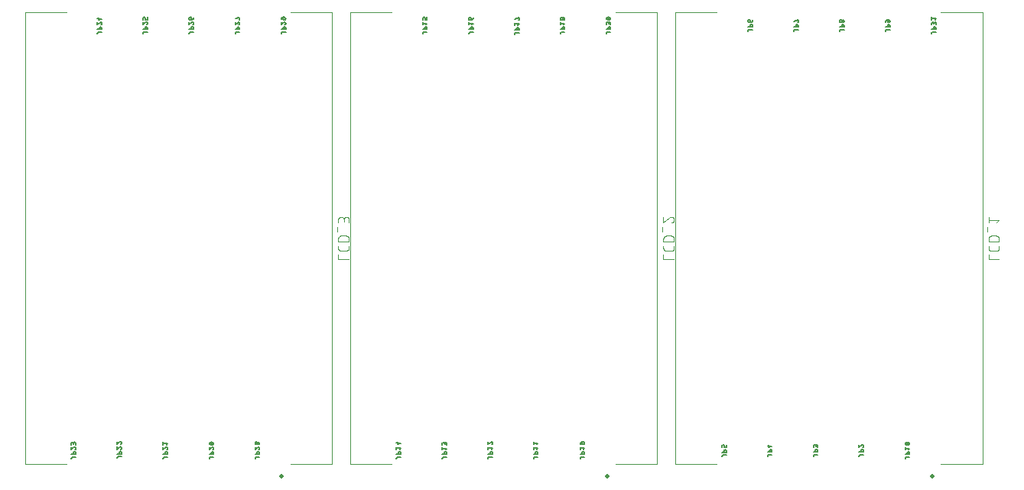
<source format=gbr>
G04 EAGLE Gerber RS-274X export*
G75*
%MOMM*%
%FSLAX34Y34*%
%LPD*%
%INSilkscreen Bottom*%
%IPPOS*%
%AMOC8*
5,1,8,0,0,1.08239X$1,22.5*%
G01*
%ADD10C,0.500000*%
%ADD11C,0.120000*%
%ADD12C,0.101600*%
%ADD13C,0.127000*%


D10*
X974300Y11328D03*
D11*
X983972Y25000D02*
X1030000Y25000D01*
X1030000Y525000D01*
X983972Y525000D01*
X736028Y25000D02*
X690000Y25000D01*
X690000Y525000D01*
X736028Y525000D01*
D12*
X1036858Y251573D02*
X1048542Y251573D01*
X1036858Y251573D02*
X1036858Y256766D01*
X1036858Y263638D02*
X1036858Y266235D01*
X1036858Y263638D02*
X1036860Y263539D01*
X1036866Y263439D01*
X1036875Y263340D01*
X1036888Y263242D01*
X1036905Y263144D01*
X1036926Y263046D01*
X1036951Y262950D01*
X1036979Y262855D01*
X1037011Y262761D01*
X1037046Y262668D01*
X1037085Y262576D01*
X1037128Y262486D01*
X1037173Y262398D01*
X1037223Y262311D01*
X1037275Y262227D01*
X1037331Y262144D01*
X1037389Y262064D01*
X1037451Y261986D01*
X1037516Y261911D01*
X1037584Y261838D01*
X1037654Y261768D01*
X1037727Y261700D01*
X1037802Y261635D01*
X1037880Y261573D01*
X1037960Y261515D01*
X1038043Y261459D01*
X1038127Y261407D01*
X1038214Y261357D01*
X1038302Y261312D01*
X1038392Y261269D01*
X1038484Y261230D01*
X1038577Y261195D01*
X1038671Y261163D01*
X1038766Y261135D01*
X1038862Y261110D01*
X1038960Y261089D01*
X1039058Y261072D01*
X1039156Y261059D01*
X1039255Y261050D01*
X1039355Y261044D01*
X1039454Y261042D01*
X1045946Y261042D01*
X1046045Y261044D01*
X1046145Y261050D01*
X1046244Y261059D01*
X1046342Y261072D01*
X1046440Y261089D01*
X1046538Y261110D01*
X1046634Y261135D01*
X1046729Y261163D01*
X1046823Y261195D01*
X1046916Y261230D01*
X1047008Y261269D01*
X1047098Y261312D01*
X1047186Y261357D01*
X1047273Y261407D01*
X1047357Y261459D01*
X1047440Y261515D01*
X1047520Y261573D01*
X1047598Y261635D01*
X1047673Y261700D01*
X1047746Y261768D01*
X1047816Y261838D01*
X1047884Y261911D01*
X1047949Y261986D01*
X1048011Y262064D01*
X1048069Y262144D01*
X1048125Y262227D01*
X1048177Y262311D01*
X1048227Y262398D01*
X1048272Y262486D01*
X1048315Y262576D01*
X1048354Y262668D01*
X1048389Y262760D01*
X1048421Y262855D01*
X1048449Y262950D01*
X1048474Y263046D01*
X1048495Y263144D01*
X1048512Y263242D01*
X1048525Y263340D01*
X1048534Y263439D01*
X1048540Y263539D01*
X1048542Y263638D01*
X1048542Y266235D01*
X1048542Y270981D02*
X1036858Y270981D01*
X1048542Y270981D02*
X1048542Y274227D01*
X1048540Y274340D01*
X1048534Y274453D01*
X1048524Y274566D01*
X1048510Y274679D01*
X1048493Y274791D01*
X1048471Y274902D01*
X1048446Y275012D01*
X1048416Y275122D01*
X1048383Y275230D01*
X1048346Y275337D01*
X1048306Y275443D01*
X1048261Y275547D01*
X1048213Y275650D01*
X1048162Y275751D01*
X1048107Y275850D01*
X1048049Y275947D01*
X1047987Y276042D01*
X1047922Y276135D01*
X1047854Y276225D01*
X1047783Y276313D01*
X1047708Y276399D01*
X1047631Y276482D01*
X1047551Y276562D01*
X1047468Y276639D01*
X1047382Y276714D01*
X1047294Y276785D01*
X1047204Y276853D01*
X1047111Y276918D01*
X1047016Y276980D01*
X1046919Y277038D01*
X1046820Y277093D01*
X1046719Y277144D01*
X1046616Y277192D01*
X1046512Y277237D01*
X1046406Y277277D01*
X1046299Y277314D01*
X1046191Y277347D01*
X1046081Y277377D01*
X1045971Y277402D01*
X1045860Y277424D01*
X1045748Y277441D01*
X1045635Y277455D01*
X1045522Y277465D01*
X1045409Y277471D01*
X1045296Y277473D01*
X1045296Y277472D02*
X1040104Y277472D01*
X1040104Y277473D02*
X1039991Y277471D01*
X1039878Y277465D01*
X1039765Y277455D01*
X1039652Y277441D01*
X1039540Y277424D01*
X1039429Y277402D01*
X1039319Y277377D01*
X1039209Y277347D01*
X1039101Y277314D01*
X1038994Y277277D01*
X1038888Y277237D01*
X1038784Y277192D01*
X1038681Y277144D01*
X1038580Y277093D01*
X1038481Y277038D01*
X1038384Y276980D01*
X1038289Y276918D01*
X1038196Y276853D01*
X1038106Y276785D01*
X1038018Y276714D01*
X1037932Y276639D01*
X1037849Y276562D01*
X1037769Y276482D01*
X1037692Y276399D01*
X1037617Y276313D01*
X1037546Y276225D01*
X1037478Y276135D01*
X1037413Y276042D01*
X1037351Y275947D01*
X1037293Y275850D01*
X1037238Y275751D01*
X1037187Y275650D01*
X1037139Y275547D01*
X1037094Y275443D01*
X1037054Y275337D01*
X1037017Y275230D01*
X1036984Y275122D01*
X1036954Y275012D01*
X1036929Y274902D01*
X1036907Y274791D01*
X1036890Y274679D01*
X1036876Y274566D01*
X1036866Y274453D01*
X1036860Y274340D01*
X1036858Y274227D01*
X1036858Y270981D01*
X1035560Y282298D02*
X1035560Y287491D01*
X1045946Y291936D02*
X1048542Y295182D01*
X1036858Y295182D01*
X1036858Y298427D02*
X1036858Y291936D01*
D10*
X614300Y11328D03*
D11*
X623972Y25000D02*
X670000Y25000D01*
X670000Y525000D01*
X623972Y525000D01*
X376028Y25000D02*
X330000Y25000D01*
X330000Y525000D01*
X376028Y525000D01*
D12*
X676858Y251573D02*
X688542Y251573D01*
X676858Y251573D02*
X676858Y256766D01*
X676858Y263638D02*
X676858Y266235D01*
X676858Y263638D02*
X676860Y263539D01*
X676866Y263439D01*
X676875Y263340D01*
X676888Y263242D01*
X676905Y263144D01*
X676926Y263046D01*
X676951Y262950D01*
X676979Y262855D01*
X677011Y262761D01*
X677046Y262668D01*
X677085Y262576D01*
X677128Y262486D01*
X677173Y262398D01*
X677223Y262311D01*
X677275Y262227D01*
X677331Y262144D01*
X677389Y262064D01*
X677451Y261986D01*
X677516Y261911D01*
X677584Y261838D01*
X677654Y261768D01*
X677727Y261700D01*
X677802Y261635D01*
X677880Y261573D01*
X677960Y261515D01*
X678043Y261459D01*
X678127Y261407D01*
X678214Y261357D01*
X678302Y261312D01*
X678392Y261269D01*
X678484Y261230D01*
X678577Y261195D01*
X678671Y261163D01*
X678766Y261135D01*
X678862Y261110D01*
X678960Y261089D01*
X679058Y261072D01*
X679156Y261059D01*
X679255Y261050D01*
X679355Y261044D01*
X679454Y261042D01*
X685946Y261042D01*
X686045Y261044D01*
X686145Y261050D01*
X686244Y261059D01*
X686342Y261072D01*
X686440Y261089D01*
X686538Y261110D01*
X686634Y261135D01*
X686729Y261163D01*
X686823Y261195D01*
X686916Y261230D01*
X687008Y261269D01*
X687098Y261312D01*
X687186Y261357D01*
X687273Y261407D01*
X687357Y261459D01*
X687440Y261515D01*
X687520Y261573D01*
X687598Y261635D01*
X687673Y261700D01*
X687746Y261768D01*
X687816Y261838D01*
X687884Y261911D01*
X687949Y261986D01*
X688011Y262064D01*
X688069Y262144D01*
X688125Y262227D01*
X688177Y262311D01*
X688227Y262398D01*
X688272Y262486D01*
X688315Y262576D01*
X688354Y262668D01*
X688389Y262760D01*
X688421Y262855D01*
X688449Y262950D01*
X688474Y263046D01*
X688495Y263144D01*
X688512Y263242D01*
X688525Y263340D01*
X688534Y263439D01*
X688540Y263539D01*
X688542Y263638D01*
X688542Y266235D01*
X688542Y270981D02*
X676858Y270981D01*
X688542Y270981D02*
X688542Y274227D01*
X688540Y274340D01*
X688534Y274453D01*
X688524Y274566D01*
X688510Y274679D01*
X688493Y274791D01*
X688471Y274902D01*
X688446Y275012D01*
X688416Y275122D01*
X688383Y275230D01*
X688346Y275337D01*
X688306Y275443D01*
X688261Y275547D01*
X688213Y275650D01*
X688162Y275751D01*
X688107Y275850D01*
X688049Y275947D01*
X687987Y276042D01*
X687922Y276135D01*
X687854Y276225D01*
X687783Y276313D01*
X687708Y276399D01*
X687631Y276482D01*
X687551Y276562D01*
X687468Y276639D01*
X687382Y276714D01*
X687294Y276785D01*
X687204Y276853D01*
X687111Y276918D01*
X687016Y276980D01*
X686919Y277038D01*
X686820Y277093D01*
X686719Y277144D01*
X686616Y277192D01*
X686512Y277237D01*
X686406Y277277D01*
X686299Y277314D01*
X686191Y277347D01*
X686081Y277377D01*
X685971Y277402D01*
X685860Y277424D01*
X685748Y277441D01*
X685635Y277455D01*
X685522Y277465D01*
X685409Y277471D01*
X685296Y277473D01*
X685296Y277472D02*
X680104Y277472D01*
X680104Y277473D02*
X679991Y277471D01*
X679878Y277465D01*
X679765Y277455D01*
X679652Y277441D01*
X679540Y277424D01*
X679429Y277402D01*
X679319Y277377D01*
X679209Y277347D01*
X679101Y277314D01*
X678994Y277277D01*
X678888Y277237D01*
X678784Y277192D01*
X678681Y277144D01*
X678580Y277093D01*
X678481Y277038D01*
X678384Y276980D01*
X678289Y276918D01*
X678196Y276853D01*
X678106Y276785D01*
X678018Y276714D01*
X677932Y276639D01*
X677849Y276562D01*
X677769Y276482D01*
X677692Y276399D01*
X677617Y276313D01*
X677546Y276225D01*
X677478Y276135D01*
X677413Y276042D01*
X677351Y275947D01*
X677293Y275850D01*
X677238Y275751D01*
X677187Y275650D01*
X677139Y275547D01*
X677094Y275443D01*
X677054Y275337D01*
X677017Y275230D01*
X676984Y275122D01*
X676954Y275012D01*
X676929Y274902D01*
X676907Y274791D01*
X676890Y274679D01*
X676876Y274566D01*
X676866Y274453D01*
X676860Y274340D01*
X676858Y274227D01*
X676858Y270981D01*
X675560Y282298D02*
X675560Y287491D01*
X685621Y298427D02*
X685728Y298425D01*
X685834Y298419D01*
X685940Y298409D01*
X686046Y298396D01*
X686152Y298378D01*
X686256Y298357D01*
X686360Y298332D01*
X686463Y298303D01*
X686564Y298271D01*
X686664Y298234D01*
X686763Y298194D01*
X686861Y298151D01*
X686957Y298104D01*
X687051Y298053D01*
X687143Y297999D01*
X687233Y297942D01*
X687321Y297882D01*
X687406Y297818D01*
X687489Y297751D01*
X687570Y297681D01*
X687648Y297609D01*
X687724Y297533D01*
X687796Y297455D01*
X687866Y297374D01*
X687933Y297291D01*
X687997Y297206D01*
X688057Y297118D01*
X688114Y297028D01*
X688168Y296936D01*
X688219Y296842D01*
X688266Y296746D01*
X688309Y296648D01*
X688349Y296549D01*
X688386Y296449D01*
X688418Y296348D01*
X688447Y296245D01*
X688472Y296141D01*
X688493Y296037D01*
X688511Y295931D01*
X688524Y295825D01*
X688534Y295719D01*
X688540Y295613D01*
X688542Y295506D01*
X688540Y295385D01*
X688534Y295264D01*
X688524Y295144D01*
X688511Y295023D01*
X688493Y294904D01*
X688472Y294784D01*
X688447Y294666D01*
X688418Y294549D01*
X688385Y294432D01*
X688349Y294317D01*
X688308Y294203D01*
X688265Y294090D01*
X688217Y293978D01*
X688166Y293869D01*
X688111Y293761D01*
X688053Y293654D01*
X687992Y293550D01*
X687927Y293448D01*
X687859Y293348D01*
X687788Y293250D01*
X687714Y293154D01*
X687637Y293061D01*
X687556Y292971D01*
X687473Y292883D01*
X687387Y292798D01*
X687298Y292715D01*
X687207Y292636D01*
X687113Y292559D01*
X687017Y292486D01*
X686919Y292416D01*
X686818Y292349D01*
X686715Y292285D01*
X686610Y292225D01*
X686503Y292168D01*
X686395Y292114D01*
X686285Y292064D01*
X686173Y292018D01*
X686060Y291975D01*
X685945Y291936D01*
X683349Y297454D02*
X683426Y297533D01*
X683507Y297609D01*
X683590Y297682D01*
X683675Y297752D01*
X683763Y297819D01*
X683853Y297883D01*
X683945Y297943D01*
X684040Y298000D01*
X684136Y298054D01*
X684234Y298105D01*
X684334Y298152D01*
X684436Y298196D01*
X684539Y298236D01*
X684643Y298272D01*
X684749Y298304D01*
X684855Y298333D01*
X684963Y298358D01*
X685071Y298380D01*
X685181Y298397D01*
X685290Y298411D01*
X685400Y298420D01*
X685511Y298426D01*
X685621Y298428D01*
X683349Y297454D02*
X676858Y291936D01*
X676858Y298427D01*
D10*
X254300Y11328D03*
D11*
X263972Y25000D02*
X310000Y25000D01*
X310000Y525000D01*
X263972Y525000D01*
X16028Y25000D02*
X-30000Y25000D01*
X-30000Y525000D01*
X16028Y525000D01*
D12*
X316858Y251573D02*
X328542Y251573D01*
X316858Y251573D02*
X316858Y256766D01*
X316858Y263638D02*
X316858Y266235D01*
X316858Y263638D02*
X316860Y263539D01*
X316866Y263439D01*
X316875Y263340D01*
X316888Y263242D01*
X316905Y263144D01*
X316926Y263046D01*
X316951Y262950D01*
X316979Y262855D01*
X317011Y262761D01*
X317046Y262668D01*
X317085Y262576D01*
X317128Y262486D01*
X317173Y262398D01*
X317223Y262311D01*
X317275Y262227D01*
X317331Y262144D01*
X317389Y262064D01*
X317451Y261986D01*
X317516Y261911D01*
X317584Y261838D01*
X317654Y261768D01*
X317727Y261700D01*
X317802Y261635D01*
X317880Y261573D01*
X317960Y261515D01*
X318043Y261459D01*
X318127Y261407D01*
X318214Y261357D01*
X318302Y261312D01*
X318392Y261269D01*
X318484Y261230D01*
X318577Y261195D01*
X318671Y261163D01*
X318766Y261135D01*
X318862Y261110D01*
X318960Y261089D01*
X319058Y261072D01*
X319156Y261059D01*
X319255Y261050D01*
X319355Y261044D01*
X319454Y261042D01*
X325946Y261042D01*
X326045Y261044D01*
X326145Y261050D01*
X326244Y261059D01*
X326342Y261072D01*
X326440Y261089D01*
X326538Y261110D01*
X326634Y261135D01*
X326729Y261163D01*
X326823Y261195D01*
X326916Y261230D01*
X327008Y261269D01*
X327098Y261312D01*
X327186Y261357D01*
X327273Y261407D01*
X327357Y261459D01*
X327440Y261515D01*
X327520Y261573D01*
X327598Y261635D01*
X327673Y261700D01*
X327746Y261768D01*
X327816Y261838D01*
X327884Y261911D01*
X327949Y261986D01*
X328011Y262064D01*
X328069Y262144D01*
X328125Y262227D01*
X328177Y262311D01*
X328227Y262398D01*
X328272Y262486D01*
X328315Y262576D01*
X328354Y262668D01*
X328389Y262760D01*
X328421Y262855D01*
X328449Y262950D01*
X328474Y263046D01*
X328495Y263144D01*
X328512Y263242D01*
X328525Y263340D01*
X328534Y263439D01*
X328540Y263539D01*
X328542Y263638D01*
X328542Y266235D01*
X328542Y270981D02*
X316858Y270981D01*
X328542Y270981D02*
X328542Y274227D01*
X328540Y274340D01*
X328534Y274453D01*
X328524Y274566D01*
X328510Y274679D01*
X328493Y274791D01*
X328471Y274902D01*
X328446Y275012D01*
X328416Y275122D01*
X328383Y275230D01*
X328346Y275337D01*
X328306Y275443D01*
X328261Y275547D01*
X328213Y275650D01*
X328162Y275751D01*
X328107Y275850D01*
X328049Y275947D01*
X327987Y276042D01*
X327922Y276135D01*
X327854Y276225D01*
X327783Y276313D01*
X327708Y276399D01*
X327631Y276482D01*
X327551Y276562D01*
X327468Y276639D01*
X327382Y276714D01*
X327294Y276785D01*
X327204Y276853D01*
X327111Y276918D01*
X327016Y276980D01*
X326919Y277038D01*
X326820Y277093D01*
X326719Y277144D01*
X326616Y277192D01*
X326512Y277237D01*
X326406Y277277D01*
X326299Y277314D01*
X326191Y277347D01*
X326081Y277377D01*
X325971Y277402D01*
X325860Y277424D01*
X325748Y277441D01*
X325635Y277455D01*
X325522Y277465D01*
X325409Y277471D01*
X325296Y277473D01*
X325296Y277472D02*
X320104Y277472D01*
X320104Y277473D02*
X319991Y277471D01*
X319878Y277465D01*
X319765Y277455D01*
X319652Y277441D01*
X319540Y277424D01*
X319429Y277402D01*
X319319Y277377D01*
X319209Y277347D01*
X319101Y277314D01*
X318994Y277277D01*
X318888Y277237D01*
X318784Y277192D01*
X318681Y277144D01*
X318580Y277093D01*
X318481Y277038D01*
X318384Y276980D01*
X318289Y276918D01*
X318196Y276853D01*
X318106Y276785D01*
X318018Y276714D01*
X317932Y276639D01*
X317849Y276562D01*
X317769Y276482D01*
X317692Y276399D01*
X317617Y276313D01*
X317546Y276225D01*
X317478Y276135D01*
X317413Y276042D01*
X317351Y275947D01*
X317293Y275850D01*
X317238Y275751D01*
X317187Y275650D01*
X317139Y275547D01*
X317094Y275443D01*
X317054Y275337D01*
X317017Y275230D01*
X316984Y275122D01*
X316954Y275012D01*
X316929Y274902D01*
X316907Y274791D01*
X316890Y274679D01*
X316876Y274566D01*
X316866Y274453D01*
X316860Y274340D01*
X316858Y274227D01*
X316858Y270981D01*
X315560Y282298D02*
X315560Y287491D01*
X316858Y291936D02*
X316858Y295182D01*
X316860Y295295D01*
X316866Y295408D01*
X316876Y295521D01*
X316890Y295634D01*
X316907Y295746D01*
X316929Y295857D01*
X316954Y295967D01*
X316984Y296077D01*
X317017Y296185D01*
X317054Y296292D01*
X317094Y296398D01*
X317139Y296502D01*
X317187Y296605D01*
X317238Y296706D01*
X317293Y296805D01*
X317351Y296902D01*
X317413Y296997D01*
X317478Y297090D01*
X317546Y297180D01*
X317617Y297268D01*
X317692Y297354D01*
X317769Y297437D01*
X317849Y297517D01*
X317932Y297594D01*
X318018Y297669D01*
X318106Y297740D01*
X318196Y297808D01*
X318289Y297873D01*
X318384Y297935D01*
X318481Y297993D01*
X318580Y298048D01*
X318681Y298099D01*
X318784Y298147D01*
X318888Y298192D01*
X318994Y298232D01*
X319101Y298269D01*
X319209Y298302D01*
X319319Y298332D01*
X319429Y298357D01*
X319540Y298379D01*
X319652Y298396D01*
X319765Y298410D01*
X319878Y298420D01*
X319991Y298426D01*
X320104Y298428D01*
X320217Y298426D01*
X320330Y298420D01*
X320443Y298410D01*
X320556Y298396D01*
X320668Y298379D01*
X320779Y298357D01*
X320889Y298332D01*
X320999Y298302D01*
X321107Y298269D01*
X321214Y298232D01*
X321320Y298192D01*
X321424Y298147D01*
X321527Y298099D01*
X321628Y298048D01*
X321727Y297993D01*
X321824Y297935D01*
X321919Y297873D01*
X322012Y297808D01*
X322102Y297740D01*
X322190Y297669D01*
X322276Y297594D01*
X322359Y297517D01*
X322439Y297437D01*
X322516Y297354D01*
X322591Y297268D01*
X322662Y297180D01*
X322730Y297090D01*
X322795Y296997D01*
X322857Y296902D01*
X322915Y296805D01*
X322970Y296706D01*
X323021Y296605D01*
X323069Y296502D01*
X323114Y296398D01*
X323154Y296292D01*
X323191Y296185D01*
X323224Y296077D01*
X323254Y295967D01*
X323279Y295857D01*
X323301Y295746D01*
X323318Y295634D01*
X323332Y295521D01*
X323342Y295408D01*
X323348Y295295D01*
X323350Y295182D01*
X328542Y295831D02*
X328542Y291936D01*
X328542Y295831D02*
X328540Y295932D01*
X328534Y296032D01*
X328524Y296132D01*
X328511Y296232D01*
X328493Y296331D01*
X328472Y296430D01*
X328447Y296527D01*
X328418Y296624D01*
X328385Y296719D01*
X328349Y296813D01*
X328309Y296905D01*
X328266Y296996D01*
X328219Y297085D01*
X328169Y297172D01*
X328115Y297258D01*
X328058Y297341D01*
X327998Y297421D01*
X327935Y297500D01*
X327868Y297576D01*
X327799Y297649D01*
X327727Y297719D01*
X327653Y297787D01*
X327576Y297852D01*
X327496Y297913D01*
X327414Y297972D01*
X327330Y298027D01*
X327244Y298079D01*
X327156Y298128D01*
X327066Y298173D01*
X326974Y298215D01*
X326881Y298253D01*
X326786Y298287D01*
X326691Y298318D01*
X326594Y298345D01*
X326496Y298368D01*
X326397Y298388D01*
X326297Y298403D01*
X326197Y298415D01*
X326097Y298423D01*
X325996Y298427D01*
X325896Y298427D01*
X325795Y298423D01*
X325695Y298415D01*
X325595Y298403D01*
X325495Y298388D01*
X325396Y298368D01*
X325298Y298345D01*
X325201Y298318D01*
X325106Y298287D01*
X325011Y298253D01*
X324918Y298215D01*
X324826Y298173D01*
X324736Y298128D01*
X324648Y298079D01*
X324562Y298027D01*
X324478Y297972D01*
X324396Y297913D01*
X324316Y297852D01*
X324239Y297787D01*
X324165Y297719D01*
X324093Y297649D01*
X324024Y297576D01*
X323957Y297500D01*
X323894Y297421D01*
X323834Y297341D01*
X323777Y297258D01*
X323723Y297172D01*
X323673Y297085D01*
X323626Y296996D01*
X323583Y296905D01*
X323543Y296813D01*
X323507Y296719D01*
X323474Y296624D01*
X323445Y296527D01*
X323420Y296430D01*
X323399Y296331D01*
X323381Y296232D01*
X323368Y296132D01*
X323358Y296032D01*
X323352Y295932D01*
X323350Y295831D01*
X323349Y295831D02*
X323349Y293234D01*
D13*
X894681Y34997D02*
X898435Y34997D01*
X894681Y34996D02*
X894616Y34994D01*
X894552Y34988D01*
X894488Y34978D01*
X894424Y34965D01*
X894362Y34947D01*
X894301Y34926D01*
X894241Y34902D01*
X894183Y34873D01*
X894126Y34841D01*
X894072Y34806D01*
X894020Y34768D01*
X893970Y34726D01*
X893923Y34682D01*
X893879Y34635D01*
X893837Y34585D01*
X893799Y34533D01*
X893764Y34479D01*
X893732Y34422D01*
X893703Y34364D01*
X893679Y34304D01*
X893658Y34243D01*
X893640Y34181D01*
X893627Y34117D01*
X893617Y34053D01*
X893611Y33989D01*
X893609Y33924D01*
X893609Y33388D01*
X893609Y38274D02*
X898435Y38274D01*
X898435Y39614D01*
X898433Y39685D01*
X898427Y39757D01*
X898418Y39827D01*
X898405Y39897D01*
X898388Y39967D01*
X898367Y40035D01*
X898343Y40102D01*
X898315Y40168D01*
X898284Y40232D01*
X898249Y40295D01*
X898211Y40355D01*
X898170Y40414D01*
X898126Y40470D01*
X898079Y40524D01*
X898030Y40575D01*
X897977Y40623D01*
X897922Y40669D01*
X897865Y40711D01*
X897805Y40751D01*
X897744Y40787D01*
X897680Y40820D01*
X897615Y40849D01*
X897549Y40875D01*
X897481Y40898D01*
X897412Y40917D01*
X897342Y40932D01*
X897272Y40943D01*
X897201Y40951D01*
X897130Y40955D01*
X897058Y40955D01*
X896987Y40951D01*
X896916Y40943D01*
X896846Y40932D01*
X896776Y40917D01*
X896707Y40898D01*
X896639Y40875D01*
X896573Y40849D01*
X896508Y40820D01*
X896444Y40787D01*
X896383Y40751D01*
X896323Y40711D01*
X896266Y40669D01*
X896211Y40623D01*
X896158Y40575D01*
X896109Y40524D01*
X896062Y40470D01*
X896018Y40414D01*
X895977Y40355D01*
X895939Y40295D01*
X895904Y40232D01*
X895873Y40168D01*
X895845Y40102D01*
X895821Y40035D01*
X895800Y39967D01*
X895783Y39897D01*
X895770Y39827D01*
X895761Y39757D01*
X895755Y39685D01*
X895753Y39614D01*
X895754Y39614D02*
X895754Y38274D01*
X898435Y44906D02*
X898433Y44974D01*
X898427Y45041D01*
X898418Y45108D01*
X898405Y45175D01*
X898388Y45240D01*
X898367Y45305D01*
X898343Y45368D01*
X898315Y45430D01*
X898284Y45490D01*
X898250Y45548D01*
X898212Y45604D01*
X898172Y45659D01*
X898128Y45710D01*
X898081Y45759D01*
X898032Y45806D01*
X897981Y45850D01*
X897926Y45890D01*
X897870Y45928D01*
X897812Y45962D01*
X897752Y45993D01*
X897690Y46021D01*
X897627Y46045D01*
X897562Y46066D01*
X897497Y46083D01*
X897430Y46096D01*
X897363Y46105D01*
X897296Y46111D01*
X897228Y46113D01*
X898435Y44906D02*
X898433Y44828D01*
X898427Y44750D01*
X898417Y44673D01*
X898404Y44596D01*
X898386Y44520D01*
X898365Y44445D01*
X898340Y44371D01*
X898311Y44299D01*
X898279Y44228D01*
X898243Y44159D01*
X898204Y44091D01*
X898161Y44026D01*
X898115Y43963D01*
X898066Y43902D01*
X898014Y43844D01*
X897959Y43789D01*
X897902Y43736D01*
X897842Y43687D01*
X897779Y43640D01*
X897714Y43597D01*
X897648Y43557D01*
X897579Y43520D01*
X897508Y43487D01*
X897436Y43457D01*
X897363Y43431D01*
X896290Y45710D02*
X896339Y45759D01*
X896391Y45806D01*
X896446Y45849D01*
X896503Y45890D01*
X896562Y45928D01*
X896623Y45962D01*
X896686Y45993D01*
X896750Y46021D01*
X896816Y46045D01*
X896882Y46065D01*
X896950Y46082D01*
X897019Y46095D01*
X897088Y46104D01*
X897158Y46110D01*
X897228Y46112D01*
X896290Y45710D02*
X893609Y43431D01*
X893609Y46112D01*
X847685Y34997D02*
X843931Y34997D01*
X843931Y34996D02*
X843866Y34994D01*
X843802Y34988D01*
X843738Y34978D01*
X843674Y34965D01*
X843612Y34947D01*
X843551Y34926D01*
X843491Y34902D01*
X843433Y34873D01*
X843376Y34841D01*
X843322Y34806D01*
X843270Y34768D01*
X843220Y34726D01*
X843173Y34682D01*
X843129Y34635D01*
X843087Y34585D01*
X843049Y34533D01*
X843014Y34479D01*
X842982Y34422D01*
X842953Y34364D01*
X842929Y34304D01*
X842908Y34243D01*
X842890Y34181D01*
X842877Y34117D01*
X842867Y34053D01*
X842861Y33989D01*
X842859Y33924D01*
X842859Y33388D01*
X842859Y38274D02*
X847685Y38274D01*
X847685Y39614D01*
X847683Y39685D01*
X847677Y39757D01*
X847668Y39827D01*
X847655Y39897D01*
X847638Y39967D01*
X847617Y40035D01*
X847593Y40102D01*
X847565Y40168D01*
X847534Y40232D01*
X847499Y40295D01*
X847461Y40355D01*
X847420Y40414D01*
X847376Y40470D01*
X847329Y40524D01*
X847280Y40575D01*
X847227Y40623D01*
X847172Y40669D01*
X847115Y40711D01*
X847055Y40751D01*
X846994Y40787D01*
X846930Y40820D01*
X846865Y40849D01*
X846799Y40875D01*
X846731Y40898D01*
X846662Y40917D01*
X846592Y40932D01*
X846522Y40943D01*
X846451Y40951D01*
X846380Y40955D01*
X846308Y40955D01*
X846237Y40951D01*
X846166Y40943D01*
X846096Y40932D01*
X846026Y40917D01*
X845957Y40898D01*
X845889Y40875D01*
X845823Y40849D01*
X845758Y40820D01*
X845694Y40787D01*
X845633Y40751D01*
X845573Y40711D01*
X845516Y40669D01*
X845461Y40623D01*
X845408Y40575D01*
X845359Y40524D01*
X845312Y40470D01*
X845268Y40414D01*
X845227Y40355D01*
X845189Y40295D01*
X845154Y40232D01*
X845123Y40168D01*
X845095Y40102D01*
X845071Y40035D01*
X845050Y39967D01*
X845033Y39897D01*
X845020Y39827D01*
X845011Y39757D01*
X845005Y39685D01*
X845003Y39614D01*
X845004Y39614D02*
X845004Y38274D01*
X842859Y43431D02*
X842859Y44771D01*
X842861Y44842D01*
X842867Y44914D01*
X842876Y44984D01*
X842889Y45054D01*
X842906Y45124D01*
X842927Y45192D01*
X842951Y45259D01*
X842979Y45325D01*
X843010Y45389D01*
X843045Y45452D01*
X843083Y45512D01*
X843124Y45571D01*
X843168Y45627D01*
X843215Y45681D01*
X843264Y45732D01*
X843317Y45780D01*
X843372Y45826D01*
X843429Y45868D01*
X843489Y45908D01*
X843550Y45944D01*
X843614Y45977D01*
X843679Y46006D01*
X843745Y46032D01*
X843813Y46055D01*
X843882Y46074D01*
X843952Y46089D01*
X844022Y46100D01*
X844093Y46108D01*
X844164Y46112D01*
X844236Y46112D01*
X844307Y46108D01*
X844378Y46100D01*
X844448Y46089D01*
X844518Y46074D01*
X844587Y46055D01*
X844655Y46032D01*
X844721Y46006D01*
X844786Y45977D01*
X844850Y45944D01*
X844911Y45908D01*
X844971Y45868D01*
X845028Y45826D01*
X845083Y45780D01*
X845136Y45732D01*
X845185Y45681D01*
X845232Y45627D01*
X845276Y45571D01*
X845317Y45512D01*
X845355Y45452D01*
X845390Y45389D01*
X845421Y45325D01*
X845449Y45259D01*
X845473Y45192D01*
X845494Y45124D01*
X845511Y45054D01*
X845524Y44984D01*
X845533Y44914D01*
X845539Y44842D01*
X845541Y44771D01*
X847685Y45040D02*
X847685Y43431D01*
X847685Y45040D02*
X847683Y45105D01*
X847677Y45169D01*
X847667Y45233D01*
X847654Y45297D01*
X847636Y45359D01*
X847615Y45420D01*
X847591Y45480D01*
X847562Y45538D01*
X847530Y45595D01*
X847495Y45649D01*
X847457Y45701D01*
X847415Y45751D01*
X847371Y45798D01*
X847324Y45842D01*
X847274Y45884D01*
X847222Y45922D01*
X847168Y45957D01*
X847111Y45989D01*
X847053Y46018D01*
X846993Y46042D01*
X846932Y46063D01*
X846870Y46081D01*
X846806Y46094D01*
X846742Y46104D01*
X846678Y46110D01*
X846613Y46112D01*
X846548Y46110D01*
X846484Y46104D01*
X846420Y46094D01*
X846356Y46081D01*
X846294Y46063D01*
X846233Y46042D01*
X846173Y46018D01*
X846115Y45989D01*
X846058Y45957D01*
X846004Y45922D01*
X845952Y45884D01*
X845902Y45842D01*
X845855Y45798D01*
X845811Y45751D01*
X845769Y45701D01*
X845731Y45649D01*
X845696Y45595D01*
X845664Y45538D01*
X845635Y45480D01*
X845611Y45420D01*
X845590Y45359D01*
X845572Y45297D01*
X845559Y45233D01*
X845549Y45169D01*
X845543Y45105D01*
X845541Y45040D01*
X845540Y45040D02*
X845540Y43967D01*
X796935Y34747D02*
X793181Y34747D01*
X793181Y34746D02*
X793116Y34744D01*
X793052Y34738D01*
X792988Y34728D01*
X792924Y34715D01*
X792862Y34697D01*
X792801Y34676D01*
X792741Y34652D01*
X792683Y34623D01*
X792626Y34591D01*
X792572Y34556D01*
X792520Y34518D01*
X792470Y34476D01*
X792423Y34432D01*
X792379Y34385D01*
X792337Y34335D01*
X792299Y34283D01*
X792264Y34229D01*
X792232Y34172D01*
X792203Y34114D01*
X792179Y34054D01*
X792158Y33993D01*
X792140Y33931D01*
X792127Y33867D01*
X792117Y33803D01*
X792111Y33739D01*
X792109Y33674D01*
X792109Y33138D01*
X792109Y38024D02*
X796935Y38024D01*
X796935Y39364D01*
X796933Y39435D01*
X796927Y39507D01*
X796918Y39577D01*
X796905Y39647D01*
X796888Y39717D01*
X796867Y39785D01*
X796843Y39852D01*
X796815Y39918D01*
X796784Y39982D01*
X796749Y40045D01*
X796711Y40105D01*
X796670Y40164D01*
X796626Y40220D01*
X796579Y40274D01*
X796530Y40325D01*
X796477Y40373D01*
X796422Y40419D01*
X796365Y40461D01*
X796305Y40501D01*
X796244Y40537D01*
X796180Y40570D01*
X796115Y40599D01*
X796049Y40625D01*
X795981Y40648D01*
X795912Y40667D01*
X795842Y40682D01*
X795772Y40693D01*
X795701Y40701D01*
X795630Y40705D01*
X795558Y40705D01*
X795487Y40701D01*
X795416Y40693D01*
X795346Y40682D01*
X795276Y40667D01*
X795207Y40648D01*
X795139Y40625D01*
X795073Y40599D01*
X795008Y40570D01*
X794944Y40537D01*
X794883Y40501D01*
X794823Y40461D01*
X794766Y40419D01*
X794711Y40373D01*
X794658Y40325D01*
X794609Y40274D01*
X794562Y40220D01*
X794518Y40164D01*
X794477Y40105D01*
X794439Y40045D01*
X794404Y39982D01*
X794373Y39918D01*
X794345Y39852D01*
X794321Y39785D01*
X794300Y39717D01*
X794283Y39647D01*
X794270Y39577D01*
X794261Y39507D01*
X794255Y39435D01*
X794253Y39364D01*
X794254Y39364D02*
X794254Y38024D01*
X793181Y43181D02*
X796935Y44253D01*
X793181Y43181D02*
X793181Y45862D01*
X794254Y45058D02*
X792109Y45058D01*
X746435Y34497D02*
X742681Y34497D01*
X742681Y34496D02*
X742616Y34494D01*
X742552Y34488D01*
X742488Y34478D01*
X742424Y34465D01*
X742362Y34447D01*
X742301Y34426D01*
X742241Y34402D01*
X742183Y34373D01*
X742126Y34341D01*
X742072Y34306D01*
X742020Y34268D01*
X741970Y34226D01*
X741923Y34182D01*
X741879Y34135D01*
X741837Y34085D01*
X741799Y34033D01*
X741764Y33979D01*
X741732Y33922D01*
X741703Y33864D01*
X741679Y33804D01*
X741658Y33743D01*
X741640Y33681D01*
X741627Y33617D01*
X741617Y33553D01*
X741611Y33489D01*
X741609Y33424D01*
X741609Y32888D01*
X741609Y37774D02*
X746435Y37774D01*
X746435Y39114D01*
X746433Y39185D01*
X746427Y39257D01*
X746418Y39327D01*
X746405Y39397D01*
X746388Y39467D01*
X746367Y39535D01*
X746343Y39602D01*
X746315Y39668D01*
X746284Y39732D01*
X746249Y39795D01*
X746211Y39855D01*
X746170Y39914D01*
X746126Y39970D01*
X746079Y40024D01*
X746030Y40075D01*
X745977Y40123D01*
X745922Y40169D01*
X745865Y40211D01*
X745805Y40251D01*
X745744Y40287D01*
X745680Y40320D01*
X745615Y40349D01*
X745549Y40375D01*
X745481Y40398D01*
X745412Y40417D01*
X745342Y40432D01*
X745272Y40443D01*
X745201Y40451D01*
X745130Y40455D01*
X745058Y40455D01*
X744987Y40451D01*
X744916Y40443D01*
X744846Y40432D01*
X744776Y40417D01*
X744707Y40398D01*
X744639Y40375D01*
X744573Y40349D01*
X744508Y40320D01*
X744444Y40287D01*
X744383Y40251D01*
X744323Y40211D01*
X744266Y40169D01*
X744211Y40123D01*
X744158Y40075D01*
X744109Y40024D01*
X744062Y39970D01*
X744018Y39914D01*
X743977Y39855D01*
X743939Y39795D01*
X743904Y39732D01*
X743873Y39668D01*
X743845Y39602D01*
X743821Y39535D01*
X743800Y39467D01*
X743783Y39397D01*
X743770Y39327D01*
X743761Y39257D01*
X743755Y39185D01*
X743753Y39114D01*
X743754Y39114D02*
X743754Y37774D01*
X741609Y42931D02*
X741609Y44540D01*
X741611Y44605D01*
X741617Y44669D01*
X741627Y44733D01*
X741640Y44797D01*
X741658Y44859D01*
X741679Y44920D01*
X741703Y44980D01*
X741732Y45038D01*
X741764Y45095D01*
X741799Y45149D01*
X741837Y45201D01*
X741879Y45251D01*
X741923Y45298D01*
X741970Y45342D01*
X742020Y45384D01*
X742072Y45422D01*
X742126Y45457D01*
X742183Y45489D01*
X742241Y45518D01*
X742301Y45542D01*
X742362Y45563D01*
X742424Y45581D01*
X742488Y45594D01*
X742552Y45604D01*
X742616Y45610D01*
X742681Y45612D01*
X743218Y45612D01*
X743283Y45610D01*
X743347Y45604D01*
X743411Y45594D01*
X743475Y45581D01*
X743537Y45563D01*
X743598Y45542D01*
X743658Y45518D01*
X743716Y45489D01*
X743773Y45457D01*
X743827Y45422D01*
X743879Y45384D01*
X743929Y45342D01*
X743976Y45298D01*
X744020Y45251D01*
X744062Y45201D01*
X744100Y45149D01*
X744135Y45095D01*
X744167Y45038D01*
X744196Y44980D01*
X744220Y44920D01*
X744241Y44859D01*
X744259Y44797D01*
X744272Y44733D01*
X744282Y44669D01*
X744288Y44605D01*
X744290Y44540D01*
X744290Y42931D01*
X746435Y42931D01*
X746435Y45612D01*
X771637Y505747D02*
X775391Y505747D01*
X771637Y505746D02*
X771572Y505744D01*
X771508Y505738D01*
X771444Y505728D01*
X771380Y505715D01*
X771318Y505697D01*
X771257Y505676D01*
X771197Y505652D01*
X771139Y505623D01*
X771082Y505591D01*
X771028Y505556D01*
X770976Y505518D01*
X770926Y505476D01*
X770879Y505432D01*
X770835Y505385D01*
X770793Y505335D01*
X770755Y505283D01*
X770720Y505229D01*
X770688Y505172D01*
X770659Y505114D01*
X770635Y505054D01*
X770614Y504993D01*
X770596Y504931D01*
X770583Y504867D01*
X770573Y504803D01*
X770567Y504739D01*
X770565Y504674D01*
X770565Y504138D01*
X770565Y509024D02*
X775391Y509024D01*
X775391Y510364D01*
X775389Y510435D01*
X775383Y510507D01*
X775374Y510577D01*
X775361Y510647D01*
X775344Y510717D01*
X775323Y510785D01*
X775299Y510852D01*
X775271Y510918D01*
X775240Y510982D01*
X775205Y511045D01*
X775167Y511105D01*
X775126Y511164D01*
X775082Y511220D01*
X775035Y511274D01*
X774986Y511325D01*
X774933Y511373D01*
X774878Y511419D01*
X774821Y511461D01*
X774761Y511501D01*
X774700Y511537D01*
X774636Y511570D01*
X774571Y511599D01*
X774505Y511625D01*
X774437Y511648D01*
X774368Y511667D01*
X774298Y511682D01*
X774228Y511693D01*
X774157Y511701D01*
X774086Y511705D01*
X774014Y511705D01*
X773943Y511701D01*
X773872Y511693D01*
X773802Y511682D01*
X773732Y511667D01*
X773663Y511648D01*
X773595Y511625D01*
X773529Y511599D01*
X773464Y511570D01*
X773400Y511537D01*
X773339Y511501D01*
X773279Y511461D01*
X773222Y511419D01*
X773167Y511373D01*
X773114Y511325D01*
X773065Y511274D01*
X773018Y511220D01*
X772974Y511164D01*
X772933Y511105D01*
X772895Y511045D01*
X772860Y510982D01*
X772829Y510918D01*
X772801Y510852D01*
X772777Y510785D01*
X772756Y510717D01*
X772739Y510647D01*
X772726Y510577D01*
X772717Y510507D01*
X772711Y510435D01*
X772709Y510364D01*
X772710Y510364D02*
X772710Y509024D01*
X773246Y514181D02*
X773246Y515790D01*
X773244Y515855D01*
X773238Y515919D01*
X773228Y515983D01*
X773215Y516047D01*
X773197Y516109D01*
X773176Y516170D01*
X773152Y516230D01*
X773123Y516288D01*
X773091Y516345D01*
X773056Y516399D01*
X773018Y516451D01*
X772976Y516501D01*
X772932Y516548D01*
X772885Y516592D01*
X772835Y516634D01*
X772783Y516672D01*
X772729Y516707D01*
X772672Y516739D01*
X772614Y516768D01*
X772554Y516792D01*
X772493Y516813D01*
X772431Y516831D01*
X772367Y516844D01*
X772303Y516854D01*
X772239Y516860D01*
X772174Y516862D01*
X771906Y516862D01*
X771835Y516860D01*
X771763Y516854D01*
X771693Y516845D01*
X771623Y516832D01*
X771553Y516815D01*
X771485Y516794D01*
X771418Y516770D01*
X771352Y516742D01*
X771288Y516711D01*
X771225Y516676D01*
X771165Y516638D01*
X771106Y516597D01*
X771050Y516553D01*
X770996Y516506D01*
X770945Y516457D01*
X770897Y516404D01*
X770851Y516349D01*
X770809Y516292D01*
X770769Y516232D01*
X770733Y516171D01*
X770700Y516107D01*
X770671Y516042D01*
X770645Y515976D01*
X770622Y515908D01*
X770603Y515839D01*
X770588Y515769D01*
X770577Y515699D01*
X770569Y515628D01*
X770565Y515557D01*
X770565Y515485D01*
X770569Y515414D01*
X770577Y515343D01*
X770588Y515273D01*
X770603Y515203D01*
X770622Y515134D01*
X770645Y515066D01*
X770671Y515000D01*
X770700Y514935D01*
X770733Y514871D01*
X770769Y514810D01*
X770809Y514750D01*
X770851Y514693D01*
X770897Y514638D01*
X770945Y514585D01*
X770996Y514536D01*
X771050Y514489D01*
X771106Y514445D01*
X771165Y514404D01*
X771225Y514366D01*
X771288Y514331D01*
X771352Y514300D01*
X771418Y514272D01*
X771485Y514248D01*
X771553Y514227D01*
X771623Y514210D01*
X771693Y514197D01*
X771763Y514188D01*
X771835Y514182D01*
X771906Y514180D01*
X771906Y514181D02*
X773246Y514181D01*
X773337Y514183D01*
X773428Y514189D01*
X773518Y514198D01*
X773609Y514212D01*
X773698Y514229D01*
X773786Y514250D01*
X773874Y514275D01*
X773961Y514304D01*
X774046Y514336D01*
X774130Y514371D01*
X774212Y514411D01*
X774292Y514453D01*
X774371Y514499D01*
X774447Y514549D01*
X774521Y514601D01*
X774594Y514657D01*
X774663Y514716D01*
X774730Y514777D01*
X774795Y514842D01*
X774856Y514909D01*
X774915Y514978D01*
X774971Y515050D01*
X775023Y515125D01*
X775073Y515201D01*
X775119Y515280D01*
X775161Y515360D01*
X775201Y515442D01*
X775236Y515526D01*
X775268Y515611D01*
X775297Y515698D01*
X775322Y515785D01*
X775343Y515874D01*
X775360Y515963D01*
X775374Y516054D01*
X775383Y516144D01*
X775389Y516235D01*
X775391Y516326D01*
X822387Y505497D02*
X826141Y505497D01*
X822387Y505496D02*
X822322Y505494D01*
X822258Y505488D01*
X822194Y505478D01*
X822130Y505465D01*
X822068Y505447D01*
X822007Y505426D01*
X821947Y505402D01*
X821889Y505373D01*
X821832Y505341D01*
X821778Y505306D01*
X821726Y505268D01*
X821676Y505226D01*
X821629Y505182D01*
X821585Y505135D01*
X821543Y505085D01*
X821505Y505033D01*
X821470Y504979D01*
X821438Y504922D01*
X821409Y504864D01*
X821385Y504804D01*
X821364Y504743D01*
X821346Y504681D01*
X821333Y504617D01*
X821323Y504553D01*
X821317Y504489D01*
X821315Y504424D01*
X821315Y503888D01*
X821315Y508774D02*
X826141Y508774D01*
X826141Y510114D01*
X826139Y510185D01*
X826133Y510257D01*
X826124Y510327D01*
X826111Y510397D01*
X826094Y510467D01*
X826073Y510535D01*
X826049Y510602D01*
X826021Y510668D01*
X825990Y510732D01*
X825955Y510795D01*
X825917Y510855D01*
X825876Y510914D01*
X825832Y510970D01*
X825785Y511024D01*
X825736Y511075D01*
X825683Y511123D01*
X825628Y511169D01*
X825571Y511211D01*
X825511Y511251D01*
X825450Y511287D01*
X825386Y511320D01*
X825321Y511349D01*
X825255Y511375D01*
X825187Y511398D01*
X825118Y511417D01*
X825048Y511432D01*
X824978Y511443D01*
X824907Y511451D01*
X824836Y511455D01*
X824764Y511455D01*
X824693Y511451D01*
X824622Y511443D01*
X824552Y511432D01*
X824482Y511417D01*
X824413Y511398D01*
X824345Y511375D01*
X824279Y511349D01*
X824214Y511320D01*
X824150Y511287D01*
X824089Y511251D01*
X824029Y511211D01*
X823972Y511169D01*
X823917Y511123D01*
X823864Y511075D01*
X823815Y511024D01*
X823768Y510970D01*
X823724Y510914D01*
X823683Y510855D01*
X823645Y510795D01*
X823610Y510732D01*
X823579Y510668D01*
X823551Y510602D01*
X823527Y510535D01*
X823506Y510467D01*
X823489Y510397D01*
X823476Y510327D01*
X823467Y510257D01*
X823461Y510185D01*
X823459Y510114D01*
X823460Y510114D02*
X823460Y508774D01*
X825605Y513931D02*
X826141Y513931D01*
X826141Y516612D01*
X821315Y515271D01*
X873137Y505497D02*
X876891Y505497D01*
X873137Y505496D02*
X873072Y505494D01*
X873008Y505488D01*
X872944Y505478D01*
X872880Y505465D01*
X872818Y505447D01*
X872757Y505426D01*
X872697Y505402D01*
X872639Y505373D01*
X872582Y505341D01*
X872528Y505306D01*
X872476Y505268D01*
X872426Y505226D01*
X872379Y505182D01*
X872335Y505135D01*
X872293Y505085D01*
X872255Y505033D01*
X872220Y504979D01*
X872188Y504922D01*
X872159Y504864D01*
X872135Y504804D01*
X872114Y504743D01*
X872096Y504681D01*
X872083Y504617D01*
X872073Y504553D01*
X872067Y504489D01*
X872065Y504424D01*
X872065Y503888D01*
X872065Y508774D02*
X876891Y508774D01*
X876891Y510114D01*
X876889Y510185D01*
X876883Y510257D01*
X876874Y510327D01*
X876861Y510397D01*
X876844Y510467D01*
X876823Y510535D01*
X876799Y510602D01*
X876771Y510668D01*
X876740Y510732D01*
X876705Y510795D01*
X876667Y510855D01*
X876626Y510914D01*
X876582Y510970D01*
X876535Y511024D01*
X876486Y511075D01*
X876433Y511123D01*
X876378Y511169D01*
X876321Y511211D01*
X876261Y511251D01*
X876200Y511287D01*
X876136Y511320D01*
X876071Y511349D01*
X876005Y511375D01*
X875937Y511398D01*
X875868Y511417D01*
X875798Y511432D01*
X875728Y511443D01*
X875657Y511451D01*
X875586Y511455D01*
X875514Y511455D01*
X875443Y511451D01*
X875372Y511443D01*
X875302Y511432D01*
X875232Y511417D01*
X875163Y511398D01*
X875095Y511375D01*
X875029Y511349D01*
X874964Y511320D01*
X874900Y511287D01*
X874839Y511251D01*
X874779Y511211D01*
X874722Y511169D01*
X874667Y511123D01*
X874614Y511075D01*
X874565Y511024D01*
X874518Y510970D01*
X874474Y510914D01*
X874433Y510855D01*
X874395Y510795D01*
X874360Y510732D01*
X874329Y510668D01*
X874301Y510602D01*
X874277Y510535D01*
X874256Y510467D01*
X874239Y510397D01*
X874226Y510327D01*
X874217Y510257D01*
X874211Y510185D01*
X874209Y510114D01*
X874210Y510114D02*
X874210Y508774D01*
X873406Y513930D02*
X873477Y513932D01*
X873549Y513938D01*
X873619Y513947D01*
X873689Y513960D01*
X873759Y513977D01*
X873827Y513998D01*
X873894Y514022D01*
X873960Y514050D01*
X874024Y514081D01*
X874087Y514116D01*
X874147Y514154D01*
X874206Y514195D01*
X874262Y514239D01*
X874316Y514286D01*
X874367Y514335D01*
X874415Y514388D01*
X874461Y514443D01*
X874503Y514500D01*
X874543Y514560D01*
X874579Y514621D01*
X874612Y514685D01*
X874641Y514750D01*
X874667Y514816D01*
X874690Y514884D01*
X874709Y514953D01*
X874724Y515023D01*
X874735Y515093D01*
X874743Y515164D01*
X874747Y515235D01*
X874747Y515307D01*
X874743Y515378D01*
X874735Y515449D01*
X874724Y515519D01*
X874709Y515589D01*
X874690Y515658D01*
X874667Y515726D01*
X874641Y515792D01*
X874612Y515857D01*
X874579Y515921D01*
X874543Y515982D01*
X874503Y516042D01*
X874461Y516099D01*
X874415Y516154D01*
X874367Y516207D01*
X874316Y516256D01*
X874262Y516303D01*
X874206Y516347D01*
X874147Y516388D01*
X874087Y516426D01*
X874024Y516461D01*
X873960Y516492D01*
X873894Y516520D01*
X873827Y516544D01*
X873759Y516565D01*
X873689Y516582D01*
X873619Y516595D01*
X873549Y516604D01*
X873477Y516610D01*
X873406Y516612D01*
X873335Y516610D01*
X873263Y516604D01*
X873193Y516595D01*
X873123Y516582D01*
X873053Y516565D01*
X872985Y516544D01*
X872918Y516520D01*
X872852Y516492D01*
X872788Y516461D01*
X872725Y516426D01*
X872665Y516388D01*
X872606Y516347D01*
X872550Y516303D01*
X872496Y516256D01*
X872445Y516207D01*
X872397Y516154D01*
X872351Y516099D01*
X872309Y516042D01*
X872269Y515982D01*
X872233Y515921D01*
X872200Y515857D01*
X872171Y515792D01*
X872145Y515726D01*
X872122Y515658D01*
X872103Y515589D01*
X872088Y515519D01*
X872077Y515449D01*
X872069Y515378D01*
X872065Y515307D01*
X872065Y515235D01*
X872069Y515164D01*
X872077Y515093D01*
X872088Y515023D01*
X872103Y514953D01*
X872122Y514884D01*
X872145Y514816D01*
X872171Y514750D01*
X872200Y514685D01*
X872233Y514621D01*
X872269Y514560D01*
X872309Y514500D01*
X872351Y514443D01*
X872397Y514388D01*
X872445Y514335D01*
X872496Y514286D01*
X872550Y514239D01*
X872606Y514195D01*
X872665Y514154D01*
X872725Y514116D01*
X872788Y514081D01*
X872852Y514050D01*
X872918Y514022D01*
X872985Y513998D01*
X873053Y513977D01*
X873123Y513960D01*
X873193Y513947D01*
X873263Y513938D01*
X873335Y513932D01*
X873406Y513930D01*
X875819Y514199D02*
X875884Y514201D01*
X875948Y514207D01*
X876012Y514217D01*
X876076Y514230D01*
X876138Y514248D01*
X876199Y514269D01*
X876259Y514293D01*
X876317Y514322D01*
X876374Y514354D01*
X876428Y514389D01*
X876480Y514427D01*
X876530Y514469D01*
X876577Y514513D01*
X876621Y514560D01*
X876663Y514610D01*
X876701Y514662D01*
X876736Y514716D01*
X876768Y514773D01*
X876797Y514831D01*
X876821Y514891D01*
X876842Y514952D01*
X876860Y515014D01*
X876873Y515078D01*
X876883Y515142D01*
X876889Y515206D01*
X876891Y515271D01*
X876889Y515336D01*
X876883Y515400D01*
X876873Y515464D01*
X876860Y515528D01*
X876842Y515590D01*
X876821Y515651D01*
X876797Y515711D01*
X876768Y515769D01*
X876736Y515826D01*
X876701Y515880D01*
X876663Y515932D01*
X876621Y515982D01*
X876577Y516029D01*
X876530Y516073D01*
X876480Y516115D01*
X876428Y516153D01*
X876374Y516188D01*
X876317Y516220D01*
X876259Y516249D01*
X876199Y516273D01*
X876138Y516294D01*
X876076Y516312D01*
X876012Y516325D01*
X875948Y516335D01*
X875884Y516341D01*
X875819Y516343D01*
X875754Y516341D01*
X875690Y516335D01*
X875626Y516325D01*
X875562Y516312D01*
X875500Y516294D01*
X875439Y516273D01*
X875379Y516249D01*
X875321Y516220D01*
X875264Y516188D01*
X875210Y516153D01*
X875158Y516115D01*
X875108Y516073D01*
X875061Y516029D01*
X875017Y515982D01*
X874975Y515932D01*
X874937Y515880D01*
X874902Y515826D01*
X874870Y515769D01*
X874841Y515711D01*
X874817Y515651D01*
X874796Y515590D01*
X874778Y515528D01*
X874765Y515464D01*
X874755Y515400D01*
X874749Y515336D01*
X874747Y515271D01*
X874749Y515206D01*
X874755Y515142D01*
X874765Y515078D01*
X874778Y515014D01*
X874796Y514952D01*
X874817Y514891D01*
X874841Y514831D01*
X874870Y514773D01*
X874902Y514716D01*
X874937Y514662D01*
X874975Y514610D01*
X875017Y514560D01*
X875061Y514513D01*
X875108Y514469D01*
X875158Y514427D01*
X875210Y514389D01*
X875264Y514354D01*
X875321Y514322D01*
X875379Y514293D01*
X875439Y514269D01*
X875500Y514248D01*
X875562Y514230D01*
X875626Y514217D01*
X875690Y514207D01*
X875754Y514201D01*
X875819Y514199D01*
X923887Y505497D02*
X927641Y505497D01*
X923887Y505496D02*
X923822Y505494D01*
X923758Y505488D01*
X923694Y505478D01*
X923630Y505465D01*
X923568Y505447D01*
X923507Y505426D01*
X923447Y505402D01*
X923389Y505373D01*
X923332Y505341D01*
X923278Y505306D01*
X923226Y505268D01*
X923176Y505226D01*
X923129Y505182D01*
X923085Y505135D01*
X923043Y505085D01*
X923005Y505033D01*
X922970Y504979D01*
X922938Y504922D01*
X922909Y504864D01*
X922885Y504804D01*
X922864Y504743D01*
X922846Y504681D01*
X922833Y504617D01*
X922823Y504553D01*
X922817Y504489D01*
X922815Y504424D01*
X922815Y503888D01*
X922815Y508774D02*
X927641Y508774D01*
X927641Y510114D01*
X927639Y510185D01*
X927633Y510257D01*
X927624Y510327D01*
X927611Y510397D01*
X927594Y510467D01*
X927573Y510535D01*
X927549Y510602D01*
X927521Y510668D01*
X927490Y510732D01*
X927455Y510795D01*
X927417Y510855D01*
X927376Y510914D01*
X927332Y510970D01*
X927285Y511024D01*
X927236Y511075D01*
X927183Y511123D01*
X927128Y511169D01*
X927071Y511211D01*
X927011Y511251D01*
X926950Y511287D01*
X926886Y511320D01*
X926821Y511349D01*
X926755Y511375D01*
X926687Y511398D01*
X926618Y511417D01*
X926548Y511432D01*
X926478Y511443D01*
X926407Y511451D01*
X926336Y511455D01*
X926264Y511455D01*
X926193Y511451D01*
X926122Y511443D01*
X926052Y511432D01*
X925982Y511417D01*
X925913Y511398D01*
X925845Y511375D01*
X925779Y511349D01*
X925714Y511320D01*
X925650Y511287D01*
X925589Y511251D01*
X925529Y511211D01*
X925472Y511169D01*
X925417Y511123D01*
X925364Y511075D01*
X925315Y511024D01*
X925268Y510970D01*
X925224Y510914D01*
X925183Y510855D01*
X925145Y510795D01*
X925110Y510732D01*
X925079Y510668D01*
X925051Y510602D01*
X925027Y510535D01*
X925006Y510467D01*
X924989Y510397D01*
X924976Y510327D01*
X924967Y510257D01*
X924961Y510185D01*
X924959Y510114D01*
X924960Y510114D02*
X924960Y508774D01*
X924960Y515003D02*
X924960Y516612D01*
X924960Y515003D02*
X924962Y514938D01*
X924968Y514874D01*
X924978Y514810D01*
X924991Y514746D01*
X925009Y514684D01*
X925030Y514623D01*
X925054Y514563D01*
X925083Y514505D01*
X925115Y514448D01*
X925150Y514394D01*
X925188Y514342D01*
X925230Y514292D01*
X925274Y514245D01*
X925321Y514201D01*
X925371Y514159D01*
X925423Y514121D01*
X925477Y514086D01*
X925534Y514054D01*
X925592Y514025D01*
X925652Y514001D01*
X925713Y513980D01*
X925775Y513962D01*
X925839Y513949D01*
X925903Y513939D01*
X925967Y513933D01*
X926032Y513931D01*
X926300Y513931D01*
X926300Y513930D02*
X926371Y513932D01*
X926443Y513938D01*
X926513Y513947D01*
X926583Y513960D01*
X926653Y513977D01*
X926721Y513998D01*
X926788Y514022D01*
X926854Y514050D01*
X926918Y514081D01*
X926981Y514116D01*
X927041Y514154D01*
X927100Y514195D01*
X927156Y514239D01*
X927210Y514286D01*
X927261Y514335D01*
X927309Y514388D01*
X927355Y514443D01*
X927397Y514500D01*
X927437Y514560D01*
X927473Y514621D01*
X927506Y514685D01*
X927535Y514750D01*
X927561Y514816D01*
X927584Y514884D01*
X927603Y514953D01*
X927618Y515023D01*
X927629Y515093D01*
X927637Y515164D01*
X927641Y515235D01*
X927641Y515307D01*
X927637Y515378D01*
X927629Y515449D01*
X927618Y515519D01*
X927603Y515589D01*
X927584Y515658D01*
X927561Y515726D01*
X927535Y515792D01*
X927506Y515857D01*
X927473Y515921D01*
X927437Y515982D01*
X927397Y516042D01*
X927355Y516099D01*
X927309Y516154D01*
X927261Y516207D01*
X927210Y516256D01*
X927156Y516303D01*
X927100Y516347D01*
X927041Y516388D01*
X926981Y516426D01*
X926918Y516461D01*
X926854Y516492D01*
X926788Y516520D01*
X926721Y516544D01*
X926653Y516565D01*
X926583Y516582D01*
X926513Y516595D01*
X926443Y516604D01*
X926371Y516610D01*
X926300Y516612D01*
X924960Y516612D01*
X924869Y516610D01*
X924778Y516604D01*
X924688Y516595D01*
X924597Y516581D01*
X924508Y516564D01*
X924420Y516543D01*
X924332Y516518D01*
X924245Y516489D01*
X924160Y516457D01*
X924076Y516422D01*
X923994Y516382D01*
X923914Y516340D01*
X923835Y516294D01*
X923759Y516244D01*
X923685Y516192D01*
X923612Y516136D01*
X923543Y516077D01*
X923476Y516016D01*
X923411Y515951D01*
X923350Y515884D01*
X923291Y515815D01*
X923235Y515742D01*
X923183Y515668D01*
X923133Y515592D01*
X923087Y515513D01*
X923045Y515433D01*
X923005Y515351D01*
X922970Y515267D01*
X922938Y515182D01*
X922909Y515095D01*
X922884Y515007D01*
X922863Y514919D01*
X922846Y514830D01*
X922832Y514739D01*
X922823Y514649D01*
X922817Y514558D01*
X922815Y514467D01*
X945681Y32003D02*
X949435Y32003D01*
X945681Y32003D02*
X945616Y32001D01*
X945552Y31995D01*
X945488Y31985D01*
X945424Y31972D01*
X945362Y31954D01*
X945301Y31933D01*
X945241Y31909D01*
X945183Y31880D01*
X945126Y31848D01*
X945072Y31813D01*
X945020Y31775D01*
X944970Y31733D01*
X944923Y31689D01*
X944879Y31642D01*
X944837Y31592D01*
X944799Y31540D01*
X944764Y31486D01*
X944732Y31429D01*
X944703Y31371D01*
X944679Y31311D01*
X944658Y31250D01*
X944640Y31188D01*
X944627Y31124D01*
X944617Y31060D01*
X944611Y30996D01*
X944609Y30931D01*
X944609Y30395D01*
X944609Y35281D02*
X949435Y35281D01*
X949435Y36621D01*
X949433Y36692D01*
X949427Y36764D01*
X949418Y36834D01*
X949405Y36904D01*
X949388Y36974D01*
X949367Y37042D01*
X949343Y37109D01*
X949315Y37175D01*
X949284Y37239D01*
X949249Y37302D01*
X949211Y37362D01*
X949170Y37421D01*
X949126Y37477D01*
X949079Y37531D01*
X949030Y37582D01*
X948977Y37630D01*
X948922Y37676D01*
X948865Y37718D01*
X948805Y37758D01*
X948744Y37794D01*
X948680Y37827D01*
X948615Y37856D01*
X948549Y37882D01*
X948481Y37905D01*
X948412Y37924D01*
X948342Y37939D01*
X948272Y37950D01*
X948201Y37958D01*
X948130Y37962D01*
X948058Y37962D01*
X947987Y37958D01*
X947916Y37950D01*
X947846Y37939D01*
X947776Y37924D01*
X947707Y37905D01*
X947639Y37882D01*
X947573Y37856D01*
X947508Y37827D01*
X947444Y37794D01*
X947383Y37758D01*
X947323Y37718D01*
X947266Y37676D01*
X947211Y37630D01*
X947158Y37582D01*
X947109Y37531D01*
X947062Y37477D01*
X947018Y37421D01*
X946977Y37362D01*
X946939Y37302D01*
X946904Y37239D01*
X946873Y37175D01*
X946845Y37109D01*
X946821Y37042D01*
X946800Y36974D01*
X946783Y36904D01*
X946770Y36834D01*
X946761Y36764D01*
X946755Y36692D01*
X946753Y36621D01*
X946754Y36621D02*
X946754Y35281D01*
X948363Y40438D02*
X949435Y41778D01*
X944609Y41778D01*
X944609Y40438D02*
X944609Y43119D01*
X947022Y45924D02*
X947142Y45926D01*
X947262Y45931D01*
X947382Y45940D01*
X947502Y45953D01*
X947621Y45969D01*
X947740Y45989D01*
X947858Y46013D01*
X947975Y46040D01*
X948091Y46070D01*
X948206Y46104D01*
X948321Y46142D01*
X948434Y46183D01*
X948545Y46227D01*
X948656Y46275D01*
X948765Y46326D01*
X948765Y46327D02*
X948822Y46348D01*
X948878Y46374D01*
X948933Y46402D01*
X948985Y46434D01*
X949036Y46470D01*
X949084Y46508D01*
X949130Y46549D01*
X949173Y46593D01*
X949213Y46639D01*
X949250Y46688D01*
X949284Y46740D01*
X949315Y46793D01*
X949343Y46848D01*
X949367Y46904D01*
X949388Y46962D01*
X949405Y47021D01*
X949418Y47081D01*
X949427Y47142D01*
X949433Y47204D01*
X949435Y47265D01*
X949433Y47326D01*
X949427Y47388D01*
X949418Y47449D01*
X949405Y47509D01*
X949388Y47568D01*
X949367Y47626D01*
X949343Y47682D01*
X949315Y47737D01*
X949284Y47790D01*
X949250Y47842D01*
X949213Y47891D01*
X949173Y47937D01*
X949130Y47981D01*
X949084Y48022D01*
X949036Y48060D01*
X948985Y48096D01*
X948933Y48128D01*
X948878Y48156D01*
X948822Y48182D01*
X948765Y48203D01*
X948656Y48254D01*
X948545Y48302D01*
X948434Y48346D01*
X948321Y48387D01*
X948206Y48425D01*
X948091Y48459D01*
X947975Y48489D01*
X947858Y48516D01*
X947740Y48540D01*
X947621Y48560D01*
X947502Y48576D01*
X947382Y48589D01*
X947262Y48598D01*
X947142Y48603D01*
X947022Y48605D01*
X947022Y45924D02*
X946902Y45926D01*
X946782Y45931D01*
X946662Y45940D01*
X946542Y45953D01*
X946423Y45969D01*
X946304Y45989D01*
X946186Y46013D01*
X946069Y46040D01*
X945953Y46070D01*
X945838Y46104D01*
X945723Y46142D01*
X945610Y46183D01*
X945499Y46227D01*
X945388Y46275D01*
X945279Y46326D01*
X945279Y46327D02*
X945222Y46348D01*
X945166Y46374D01*
X945111Y46402D01*
X945059Y46434D01*
X945008Y46470D01*
X944960Y46508D01*
X944914Y46549D01*
X944871Y46593D01*
X944831Y46639D01*
X944794Y46688D01*
X944760Y46740D01*
X944729Y46793D01*
X944701Y46848D01*
X944677Y46904D01*
X944656Y46962D01*
X944639Y47021D01*
X944626Y47081D01*
X944617Y47142D01*
X944611Y47204D01*
X944609Y47265D01*
X945279Y48203D02*
X945388Y48254D01*
X945499Y48302D01*
X945610Y48346D01*
X945723Y48387D01*
X945838Y48425D01*
X945953Y48459D01*
X946069Y48489D01*
X946186Y48516D01*
X946304Y48540D01*
X946423Y48560D01*
X946542Y48576D01*
X946662Y48589D01*
X946782Y48598D01*
X946902Y48603D01*
X947022Y48605D01*
X945279Y48203D02*
X945222Y48182D01*
X945166Y48156D01*
X945111Y48128D01*
X945059Y48096D01*
X945008Y48060D01*
X944960Y48022D01*
X944914Y47981D01*
X944871Y47937D01*
X944831Y47890D01*
X944794Y47842D01*
X944760Y47790D01*
X944729Y47737D01*
X944701Y47682D01*
X944677Y47626D01*
X944656Y47568D01*
X944639Y47509D01*
X944626Y47449D01*
X944617Y47388D01*
X944611Y47326D01*
X944609Y47265D01*
X945681Y46192D02*
X948363Y48337D01*
X537935Y32503D02*
X534181Y32503D01*
X534116Y32501D01*
X534052Y32495D01*
X533988Y32485D01*
X533924Y32472D01*
X533862Y32454D01*
X533801Y32433D01*
X533741Y32409D01*
X533683Y32380D01*
X533626Y32348D01*
X533572Y32313D01*
X533520Y32275D01*
X533470Y32233D01*
X533423Y32189D01*
X533379Y32142D01*
X533337Y32092D01*
X533299Y32040D01*
X533264Y31986D01*
X533232Y31929D01*
X533203Y31871D01*
X533179Y31811D01*
X533158Y31750D01*
X533140Y31688D01*
X533127Y31624D01*
X533117Y31560D01*
X533111Y31496D01*
X533109Y31431D01*
X533109Y30895D01*
X533109Y35781D02*
X537935Y35781D01*
X537935Y37121D01*
X537933Y37192D01*
X537927Y37264D01*
X537918Y37334D01*
X537905Y37404D01*
X537888Y37474D01*
X537867Y37542D01*
X537843Y37609D01*
X537815Y37675D01*
X537784Y37739D01*
X537749Y37802D01*
X537711Y37862D01*
X537670Y37921D01*
X537626Y37977D01*
X537579Y38031D01*
X537530Y38082D01*
X537477Y38130D01*
X537422Y38176D01*
X537365Y38218D01*
X537305Y38258D01*
X537244Y38294D01*
X537180Y38327D01*
X537115Y38356D01*
X537049Y38382D01*
X536981Y38405D01*
X536912Y38424D01*
X536842Y38439D01*
X536772Y38450D01*
X536701Y38458D01*
X536630Y38462D01*
X536558Y38462D01*
X536487Y38458D01*
X536416Y38450D01*
X536346Y38439D01*
X536276Y38424D01*
X536207Y38405D01*
X536139Y38382D01*
X536073Y38356D01*
X536008Y38327D01*
X535944Y38294D01*
X535883Y38258D01*
X535823Y38218D01*
X535766Y38176D01*
X535711Y38130D01*
X535658Y38082D01*
X535609Y38031D01*
X535562Y37977D01*
X535518Y37921D01*
X535477Y37862D01*
X535439Y37802D01*
X535404Y37739D01*
X535373Y37675D01*
X535345Y37609D01*
X535321Y37542D01*
X535300Y37474D01*
X535283Y37404D01*
X535270Y37334D01*
X535261Y37264D01*
X535255Y37192D01*
X535253Y37121D01*
X535254Y37121D02*
X535254Y35781D01*
X536863Y40938D02*
X537935Y42278D01*
X533109Y42278D01*
X533109Y40938D02*
X533109Y43619D01*
X536863Y46424D02*
X537935Y47765D01*
X533109Y47765D01*
X533109Y49105D02*
X533109Y46424D01*
X487685Y32503D02*
X483931Y32503D01*
X483866Y32501D01*
X483802Y32495D01*
X483738Y32485D01*
X483674Y32472D01*
X483612Y32454D01*
X483551Y32433D01*
X483491Y32409D01*
X483433Y32380D01*
X483376Y32348D01*
X483322Y32313D01*
X483270Y32275D01*
X483220Y32233D01*
X483173Y32189D01*
X483129Y32142D01*
X483087Y32092D01*
X483049Y32040D01*
X483014Y31986D01*
X482982Y31929D01*
X482953Y31871D01*
X482929Y31811D01*
X482908Y31750D01*
X482890Y31688D01*
X482877Y31624D01*
X482867Y31560D01*
X482861Y31496D01*
X482859Y31431D01*
X482859Y30895D01*
X482859Y35781D02*
X487685Y35781D01*
X487685Y37121D01*
X487683Y37192D01*
X487677Y37264D01*
X487668Y37334D01*
X487655Y37404D01*
X487638Y37474D01*
X487617Y37542D01*
X487593Y37609D01*
X487565Y37675D01*
X487534Y37739D01*
X487499Y37802D01*
X487461Y37862D01*
X487420Y37921D01*
X487376Y37977D01*
X487329Y38031D01*
X487280Y38082D01*
X487227Y38130D01*
X487172Y38176D01*
X487115Y38218D01*
X487055Y38258D01*
X486994Y38294D01*
X486930Y38327D01*
X486865Y38356D01*
X486799Y38382D01*
X486731Y38405D01*
X486662Y38424D01*
X486592Y38439D01*
X486522Y38450D01*
X486451Y38458D01*
X486380Y38462D01*
X486308Y38462D01*
X486237Y38458D01*
X486166Y38450D01*
X486096Y38439D01*
X486026Y38424D01*
X485957Y38405D01*
X485889Y38382D01*
X485823Y38356D01*
X485758Y38327D01*
X485694Y38294D01*
X485633Y38258D01*
X485573Y38218D01*
X485516Y38176D01*
X485461Y38130D01*
X485408Y38082D01*
X485359Y38031D01*
X485312Y37977D01*
X485268Y37921D01*
X485227Y37862D01*
X485189Y37802D01*
X485154Y37739D01*
X485123Y37675D01*
X485095Y37609D01*
X485071Y37542D01*
X485050Y37474D01*
X485033Y37404D01*
X485020Y37334D01*
X485011Y37264D01*
X485005Y37192D01*
X485003Y37121D01*
X485004Y37121D02*
X485004Y35781D01*
X486613Y40938D02*
X487685Y42278D01*
X482859Y42278D01*
X482859Y40938D02*
X482859Y43619D01*
X487685Y47899D02*
X487683Y47967D01*
X487677Y48034D01*
X487668Y48101D01*
X487655Y48168D01*
X487638Y48233D01*
X487617Y48298D01*
X487593Y48361D01*
X487565Y48423D01*
X487534Y48483D01*
X487500Y48541D01*
X487462Y48597D01*
X487422Y48652D01*
X487378Y48703D01*
X487331Y48752D01*
X487282Y48799D01*
X487231Y48843D01*
X487176Y48883D01*
X487120Y48921D01*
X487062Y48955D01*
X487002Y48986D01*
X486940Y49014D01*
X486877Y49038D01*
X486812Y49059D01*
X486747Y49076D01*
X486680Y49089D01*
X486613Y49098D01*
X486546Y49104D01*
X486478Y49106D01*
X487685Y47899D02*
X487683Y47821D01*
X487677Y47743D01*
X487667Y47666D01*
X487654Y47589D01*
X487636Y47513D01*
X487615Y47438D01*
X487590Y47364D01*
X487561Y47292D01*
X487529Y47221D01*
X487493Y47152D01*
X487454Y47084D01*
X487411Y47019D01*
X487365Y46956D01*
X487316Y46895D01*
X487264Y46837D01*
X487209Y46782D01*
X487152Y46729D01*
X487092Y46680D01*
X487029Y46633D01*
X486964Y46590D01*
X486898Y46550D01*
X486829Y46513D01*
X486758Y46480D01*
X486686Y46450D01*
X486613Y46424D01*
X485540Y48703D02*
X485589Y48752D01*
X485641Y48799D01*
X485696Y48842D01*
X485753Y48883D01*
X485812Y48921D01*
X485873Y48955D01*
X485936Y48986D01*
X486000Y49014D01*
X486066Y49038D01*
X486132Y49058D01*
X486200Y49075D01*
X486269Y49088D01*
X486338Y49097D01*
X486408Y49103D01*
X486478Y49105D01*
X485540Y48703D02*
X482859Y46424D01*
X482859Y49105D01*
X436935Y32253D02*
X433181Y32253D01*
X433116Y32251D01*
X433052Y32245D01*
X432988Y32235D01*
X432924Y32222D01*
X432862Y32204D01*
X432801Y32183D01*
X432741Y32159D01*
X432683Y32130D01*
X432626Y32098D01*
X432572Y32063D01*
X432520Y32025D01*
X432470Y31983D01*
X432423Y31939D01*
X432379Y31892D01*
X432337Y31842D01*
X432299Y31790D01*
X432264Y31736D01*
X432232Y31679D01*
X432203Y31621D01*
X432179Y31561D01*
X432158Y31500D01*
X432140Y31438D01*
X432127Y31374D01*
X432117Y31310D01*
X432111Y31246D01*
X432109Y31181D01*
X432109Y30645D01*
X432109Y35531D02*
X436935Y35531D01*
X436935Y36871D01*
X436933Y36942D01*
X436927Y37014D01*
X436918Y37084D01*
X436905Y37154D01*
X436888Y37224D01*
X436867Y37292D01*
X436843Y37359D01*
X436815Y37425D01*
X436784Y37489D01*
X436749Y37552D01*
X436711Y37612D01*
X436670Y37671D01*
X436626Y37727D01*
X436579Y37781D01*
X436530Y37832D01*
X436477Y37880D01*
X436422Y37926D01*
X436365Y37968D01*
X436305Y38008D01*
X436244Y38044D01*
X436180Y38077D01*
X436115Y38106D01*
X436049Y38132D01*
X435981Y38155D01*
X435912Y38174D01*
X435842Y38189D01*
X435772Y38200D01*
X435701Y38208D01*
X435630Y38212D01*
X435558Y38212D01*
X435487Y38208D01*
X435416Y38200D01*
X435346Y38189D01*
X435276Y38174D01*
X435207Y38155D01*
X435139Y38132D01*
X435073Y38106D01*
X435008Y38077D01*
X434944Y38044D01*
X434883Y38008D01*
X434823Y37968D01*
X434766Y37926D01*
X434711Y37880D01*
X434658Y37832D01*
X434609Y37781D01*
X434562Y37727D01*
X434518Y37671D01*
X434477Y37612D01*
X434439Y37552D01*
X434404Y37489D01*
X434373Y37425D01*
X434345Y37359D01*
X434321Y37292D01*
X434300Y37224D01*
X434283Y37154D01*
X434270Y37084D01*
X434261Y37014D01*
X434255Y36942D01*
X434253Y36871D01*
X434254Y36871D02*
X434254Y35531D01*
X435863Y40688D02*
X436935Y42028D01*
X432109Y42028D01*
X432109Y40688D02*
X432109Y43369D01*
X432109Y46174D02*
X432109Y47515D01*
X432111Y47586D01*
X432117Y47658D01*
X432126Y47728D01*
X432139Y47798D01*
X432156Y47868D01*
X432177Y47936D01*
X432201Y48003D01*
X432229Y48069D01*
X432260Y48133D01*
X432295Y48196D01*
X432333Y48256D01*
X432374Y48315D01*
X432418Y48371D01*
X432465Y48425D01*
X432514Y48476D01*
X432567Y48524D01*
X432622Y48570D01*
X432679Y48612D01*
X432739Y48652D01*
X432800Y48688D01*
X432864Y48721D01*
X432929Y48750D01*
X432995Y48776D01*
X433063Y48799D01*
X433132Y48818D01*
X433202Y48833D01*
X433272Y48844D01*
X433343Y48852D01*
X433414Y48856D01*
X433486Y48856D01*
X433557Y48852D01*
X433628Y48844D01*
X433698Y48833D01*
X433768Y48818D01*
X433837Y48799D01*
X433905Y48776D01*
X433971Y48750D01*
X434036Y48721D01*
X434100Y48688D01*
X434161Y48652D01*
X434221Y48612D01*
X434278Y48570D01*
X434333Y48524D01*
X434386Y48476D01*
X434435Y48425D01*
X434482Y48371D01*
X434526Y48315D01*
X434567Y48256D01*
X434605Y48196D01*
X434640Y48133D01*
X434671Y48069D01*
X434699Y48003D01*
X434723Y47936D01*
X434744Y47868D01*
X434761Y47798D01*
X434774Y47728D01*
X434783Y47658D01*
X434789Y47586D01*
X434791Y47515D01*
X436935Y47783D02*
X436935Y46174D01*
X436935Y47783D02*
X436933Y47848D01*
X436927Y47912D01*
X436917Y47976D01*
X436904Y48040D01*
X436886Y48102D01*
X436865Y48163D01*
X436841Y48223D01*
X436812Y48281D01*
X436780Y48338D01*
X436745Y48392D01*
X436707Y48444D01*
X436665Y48494D01*
X436621Y48541D01*
X436574Y48585D01*
X436524Y48627D01*
X436472Y48665D01*
X436418Y48700D01*
X436361Y48732D01*
X436303Y48761D01*
X436243Y48785D01*
X436182Y48806D01*
X436120Y48824D01*
X436056Y48837D01*
X435992Y48847D01*
X435928Y48853D01*
X435863Y48855D01*
X435798Y48853D01*
X435734Y48847D01*
X435670Y48837D01*
X435606Y48824D01*
X435544Y48806D01*
X435483Y48785D01*
X435423Y48761D01*
X435365Y48732D01*
X435308Y48700D01*
X435254Y48665D01*
X435202Y48627D01*
X435152Y48585D01*
X435105Y48541D01*
X435061Y48494D01*
X435019Y48444D01*
X434981Y48392D01*
X434946Y48338D01*
X434914Y48281D01*
X434885Y48223D01*
X434861Y48163D01*
X434840Y48102D01*
X434822Y48040D01*
X434809Y47976D01*
X434799Y47912D01*
X434793Y47848D01*
X434791Y47783D01*
X434790Y47783D02*
X434790Y46710D01*
X386185Y32503D02*
X382431Y32503D01*
X382366Y32501D01*
X382302Y32495D01*
X382238Y32485D01*
X382174Y32472D01*
X382112Y32454D01*
X382051Y32433D01*
X381991Y32409D01*
X381933Y32380D01*
X381876Y32348D01*
X381822Y32313D01*
X381770Y32275D01*
X381720Y32233D01*
X381673Y32189D01*
X381629Y32142D01*
X381587Y32092D01*
X381549Y32040D01*
X381514Y31986D01*
X381482Y31929D01*
X381453Y31871D01*
X381429Y31811D01*
X381408Y31750D01*
X381390Y31688D01*
X381377Y31624D01*
X381367Y31560D01*
X381361Y31496D01*
X381359Y31431D01*
X381359Y30895D01*
X381359Y35781D02*
X386185Y35781D01*
X386185Y37121D01*
X386183Y37192D01*
X386177Y37264D01*
X386168Y37334D01*
X386155Y37404D01*
X386138Y37474D01*
X386117Y37542D01*
X386093Y37609D01*
X386065Y37675D01*
X386034Y37739D01*
X385999Y37802D01*
X385961Y37862D01*
X385920Y37921D01*
X385876Y37977D01*
X385829Y38031D01*
X385780Y38082D01*
X385727Y38130D01*
X385672Y38176D01*
X385615Y38218D01*
X385555Y38258D01*
X385494Y38294D01*
X385430Y38327D01*
X385365Y38356D01*
X385299Y38382D01*
X385231Y38405D01*
X385162Y38424D01*
X385092Y38439D01*
X385022Y38450D01*
X384951Y38458D01*
X384880Y38462D01*
X384808Y38462D01*
X384737Y38458D01*
X384666Y38450D01*
X384596Y38439D01*
X384526Y38424D01*
X384457Y38405D01*
X384389Y38382D01*
X384323Y38356D01*
X384258Y38327D01*
X384194Y38294D01*
X384133Y38258D01*
X384073Y38218D01*
X384016Y38176D01*
X383961Y38130D01*
X383908Y38082D01*
X383859Y38031D01*
X383812Y37977D01*
X383768Y37921D01*
X383727Y37862D01*
X383689Y37802D01*
X383654Y37739D01*
X383623Y37675D01*
X383595Y37609D01*
X383571Y37542D01*
X383550Y37474D01*
X383533Y37404D01*
X383520Y37334D01*
X383511Y37264D01*
X383505Y37192D01*
X383503Y37121D01*
X383504Y37121D02*
X383504Y35781D01*
X385113Y40938D02*
X386185Y42278D01*
X381359Y42278D01*
X381359Y40938D02*
X381359Y43619D01*
X382431Y46424D02*
X386185Y47497D01*
X382431Y46424D02*
X382431Y49105D01*
X383504Y48301D02*
X381359Y48301D01*
X411387Y503003D02*
X415141Y503003D01*
X411387Y503003D02*
X411322Y503001D01*
X411258Y502995D01*
X411194Y502985D01*
X411130Y502972D01*
X411068Y502954D01*
X411007Y502933D01*
X410947Y502909D01*
X410889Y502880D01*
X410832Y502848D01*
X410778Y502813D01*
X410726Y502775D01*
X410676Y502733D01*
X410629Y502689D01*
X410585Y502642D01*
X410543Y502592D01*
X410505Y502540D01*
X410470Y502486D01*
X410438Y502429D01*
X410409Y502371D01*
X410385Y502311D01*
X410364Y502250D01*
X410346Y502188D01*
X410333Y502124D01*
X410323Y502060D01*
X410317Y501996D01*
X410315Y501931D01*
X410315Y501395D01*
X410315Y506281D02*
X415141Y506281D01*
X415141Y507621D01*
X415139Y507692D01*
X415133Y507764D01*
X415124Y507834D01*
X415111Y507904D01*
X415094Y507974D01*
X415073Y508042D01*
X415049Y508109D01*
X415021Y508175D01*
X414990Y508239D01*
X414955Y508302D01*
X414917Y508362D01*
X414876Y508421D01*
X414832Y508477D01*
X414785Y508531D01*
X414736Y508582D01*
X414683Y508630D01*
X414628Y508676D01*
X414571Y508718D01*
X414511Y508758D01*
X414450Y508794D01*
X414386Y508827D01*
X414321Y508856D01*
X414255Y508882D01*
X414187Y508905D01*
X414118Y508924D01*
X414048Y508939D01*
X413978Y508950D01*
X413907Y508958D01*
X413836Y508962D01*
X413764Y508962D01*
X413693Y508958D01*
X413622Y508950D01*
X413552Y508939D01*
X413482Y508924D01*
X413413Y508905D01*
X413345Y508882D01*
X413279Y508856D01*
X413214Y508827D01*
X413150Y508794D01*
X413089Y508758D01*
X413029Y508718D01*
X412972Y508676D01*
X412917Y508630D01*
X412864Y508582D01*
X412815Y508531D01*
X412768Y508477D01*
X412724Y508421D01*
X412683Y508362D01*
X412645Y508302D01*
X412610Y508239D01*
X412579Y508175D01*
X412551Y508109D01*
X412527Y508042D01*
X412506Y507974D01*
X412489Y507904D01*
X412476Y507834D01*
X412467Y507764D01*
X412461Y507692D01*
X412459Y507621D01*
X412460Y507621D02*
X412460Y506281D01*
X414069Y511438D02*
X415141Y512778D01*
X410315Y512778D01*
X410315Y511438D02*
X410315Y514119D01*
X410315Y516924D02*
X410315Y518533D01*
X410317Y518598D01*
X410323Y518662D01*
X410333Y518726D01*
X410346Y518790D01*
X410364Y518852D01*
X410385Y518913D01*
X410409Y518973D01*
X410438Y519031D01*
X410470Y519088D01*
X410505Y519142D01*
X410543Y519194D01*
X410585Y519244D01*
X410629Y519291D01*
X410676Y519335D01*
X410726Y519377D01*
X410778Y519415D01*
X410832Y519450D01*
X410889Y519482D01*
X410947Y519511D01*
X411007Y519535D01*
X411068Y519556D01*
X411130Y519574D01*
X411194Y519587D01*
X411258Y519597D01*
X411322Y519603D01*
X411387Y519605D01*
X411924Y519605D01*
X411989Y519603D01*
X412053Y519597D01*
X412117Y519587D01*
X412181Y519574D01*
X412243Y519556D01*
X412304Y519535D01*
X412364Y519511D01*
X412422Y519482D01*
X412479Y519450D01*
X412533Y519415D01*
X412585Y519377D01*
X412635Y519335D01*
X412682Y519291D01*
X412726Y519244D01*
X412768Y519194D01*
X412806Y519142D01*
X412841Y519088D01*
X412873Y519031D01*
X412902Y518973D01*
X412926Y518913D01*
X412947Y518852D01*
X412965Y518790D01*
X412978Y518726D01*
X412988Y518662D01*
X412994Y518598D01*
X412996Y518533D01*
X412996Y516924D01*
X415141Y516924D01*
X415141Y519605D01*
X462387Y502753D02*
X466141Y502753D01*
X462387Y502753D02*
X462322Y502751D01*
X462258Y502745D01*
X462194Y502735D01*
X462130Y502722D01*
X462068Y502704D01*
X462007Y502683D01*
X461947Y502659D01*
X461889Y502630D01*
X461832Y502598D01*
X461778Y502563D01*
X461726Y502525D01*
X461676Y502483D01*
X461629Y502439D01*
X461585Y502392D01*
X461543Y502342D01*
X461505Y502290D01*
X461470Y502236D01*
X461438Y502179D01*
X461409Y502121D01*
X461385Y502061D01*
X461364Y502000D01*
X461346Y501938D01*
X461333Y501874D01*
X461323Y501810D01*
X461317Y501746D01*
X461315Y501681D01*
X461315Y501145D01*
X461315Y506031D02*
X466141Y506031D01*
X466141Y507371D01*
X466139Y507442D01*
X466133Y507514D01*
X466124Y507584D01*
X466111Y507654D01*
X466094Y507724D01*
X466073Y507792D01*
X466049Y507859D01*
X466021Y507925D01*
X465990Y507989D01*
X465955Y508052D01*
X465917Y508112D01*
X465876Y508171D01*
X465832Y508227D01*
X465785Y508281D01*
X465736Y508332D01*
X465683Y508380D01*
X465628Y508426D01*
X465571Y508468D01*
X465511Y508508D01*
X465450Y508544D01*
X465386Y508577D01*
X465321Y508606D01*
X465255Y508632D01*
X465187Y508655D01*
X465118Y508674D01*
X465048Y508689D01*
X464978Y508700D01*
X464907Y508708D01*
X464836Y508712D01*
X464764Y508712D01*
X464693Y508708D01*
X464622Y508700D01*
X464552Y508689D01*
X464482Y508674D01*
X464413Y508655D01*
X464345Y508632D01*
X464279Y508606D01*
X464214Y508577D01*
X464150Y508544D01*
X464089Y508508D01*
X464029Y508468D01*
X463972Y508426D01*
X463917Y508380D01*
X463864Y508332D01*
X463815Y508281D01*
X463768Y508227D01*
X463724Y508171D01*
X463683Y508112D01*
X463645Y508052D01*
X463610Y507989D01*
X463579Y507925D01*
X463551Y507859D01*
X463527Y507792D01*
X463506Y507724D01*
X463489Y507654D01*
X463476Y507584D01*
X463467Y507514D01*
X463461Y507442D01*
X463459Y507371D01*
X463460Y507371D02*
X463460Y506031D01*
X465069Y511188D02*
X466141Y512528D01*
X461315Y512528D01*
X461315Y511188D02*
X461315Y513869D01*
X463996Y516674D02*
X463996Y518283D01*
X463994Y518348D01*
X463988Y518412D01*
X463978Y518476D01*
X463965Y518540D01*
X463947Y518602D01*
X463926Y518663D01*
X463902Y518723D01*
X463873Y518781D01*
X463841Y518838D01*
X463806Y518892D01*
X463768Y518944D01*
X463726Y518994D01*
X463682Y519041D01*
X463635Y519085D01*
X463585Y519127D01*
X463533Y519165D01*
X463479Y519200D01*
X463422Y519232D01*
X463364Y519261D01*
X463304Y519285D01*
X463243Y519306D01*
X463181Y519324D01*
X463117Y519337D01*
X463053Y519347D01*
X462989Y519353D01*
X462924Y519355D01*
X462656Y519355D01*
X462656Y519356D02*
X462585Y519354D01*
X462513Y519348D01*
X462443Y519339D01*
X462373Y519326D01*
X462303Y519309D01*
X462235Y519288D01*
X462168Y519264D01*
X462102Y519236D01*
X462038Y519205D01*
X461975Y519170D01*
X461915Y519132D01*
X461856Y519091D01*
X461800Y519047D01*
X461746Y519000D01*
X461695Y518951D01*
X461647Y518898D01*
X461601Y518843D01*
X461559Y518786D01*
X461519Y518726D01*
X461483Y518665D01*
X461450Y518601D01*
X461421Y518536D01*
X461395Y518470D01*
X461372Y518402D01*
X461353Y518333D01*
X461338Y518263D01*
X461327Y518193D01*
X461319Y518122D01*
X461315Y518051D01*
X461315Y517979D01*
X461319Y517908D01*
X461327Y517837D01*
X461338Y517767D01*
X461353Y517697D01*
X461372Y517628D01*
X461395Y517560D01*
X461421Y517494D01*
X461450Y517429D01*
X461483Y517365D01*
X461519Y517304D01*
X461559Y517244D01*
X461601Y517187D01*
X461647Y517132D01*
X461695Y517079D01*
X461746Y517030D01*
X461800Y516983D01*
X461856Y516939D01*
X461915Y516898D01*
X461975Y516860D01*
X462038Y516825D01*
X462102Y516794D01*
X462168Y516766D01*
X462235Y516742D01*
X462303Y516721D01*
X462373Y516704D01*
X462443Y516691D01*
X462513Y516682D01*
X462585Y516676D01*
X462656Y516674D01*
X463996Y516674D01*
X464087Y516676D01*
X464178Y516682D01*
X464268Y516691D01*
X464359Y516705D01*
X464448Y516722D01*
X464536Y516743D01*
X464624Y516768D01*
X464711Y516797D01*
X464796Y516829D01*
X464880Y516864D01*
X464962Y516904D01*
X465042Y516946D01*
X465121Y516992D01*
X465197Y517042D01*
X465271Y517094D01*
X465344Y517150D01*
X465413Y517209D01*
X465480Y517270D01*
X465545Y517335D01*
X465606Y517402D01*
X465665Y517471D01*
X465721Y517543D01*
X465773Y517618D01*
X465823Y517694D01*
X465869Y517773D01*
X465911Y517853D01*
X465951Y517935D01*
X465986Y518019D01*
X466018Y518104D01*
X466047Y518191D01*
X466072Y518278D01*
X466093Y518367D01*
X466110Y518456D01*
X466124Y518547D01*
X466133Y518637D01*
X466139Y518728D01*
X466141Y518819D01*
X513137Y502503D02*
X516891Y502503D01*
X513137Y502503D02*
X513072Y502501D01*
X513008Y502495D01*
X512944Y502485D01*
X512880Y502472D01*
X512818Y502454D01*
X512757Y502433D01*
X512697Y502409D01*
X512639Y502380D01*
X512582Y502348D01*
X512528Y502313D01*
X512476Y502275D01*
X512426Y502233D01*
X512379Y502189D01*
X512335Y502142D01*
X512293Y502092D01*
X512255Y502040D01*
X512220Y501986D01*
X512188Y501929D01*
X512159Y501871D01*
X512135Y501811D01*
X512114Y501750D01*
X512096Y501688D01*
X512083Y501624D01*
X512073Y501560D01*
X512067Y501496D01*
X512065Y501431D01*
X512065Y500895D01*
X512065Y505781D02*
X516891Y505781D01*
X516891Y507121D01*
X516889Y507192D01*
X516883Y507264D01*
X516874Y507334D01*
X516861Y507404D01*
X516844Y507474D01*
X516823Y507542D01*
X516799Y507609D01*
X516771Y507675D01*
X516740Y507739D01*
X516705Y507802D01*
X516667Y507862D01*
X516626Y507921D01*
X516582Y507977D01*
X516535Y508031D01*
X516486Y508082D01*
X516433Y508130D01*
X516378Y508176D01*
X516321Y508218D01*
X516261Y508258D01*
X516200Y508294D01*
X516136Y508327D01*
X516071Y508356D01*
X516005Y508382D01*
X515937Y508405D01*
X515868Y508424D01*
X515798Y508439D01*
X515728Y508450D01*
X515657Y508458D01*
X515586Y508462D01*
X515514Y508462D01*
X515443Y508458D01*
X515372Y508450D01*
X515302Y508439D01*
X515232Y508424D01*
X515163Y508405D01*
X515095Y508382D01*
X515029Y508356D01*
X514964Y508327D01*
X514900Y508294D01*
X514839Y508258D01*
X514779Y508218D01*
X514722Y508176D01*
X514667Y508130D01*
X514614Y508082D01*
X514565Y508031D01*
X514518Y507977D01*
X514474Y507921D01*
X514433Y507862D01*
X514395Y507802D01*
X514360Y507739D01*
X514329Y507675D01*
X514301Y507609D01*
X514277Y507542D01*
X514256Y507474D01*
X514239Y507404D01*
X514226Y507334D01*
X514217Y507264D01*
X514211Y507192D01*
X514209Y507121D01*
X514210Y507121D02*
X514210Y505781D01*
X515819Y510938D02*
X516891Y512278D01*
X512065Y512278D01*
X512065Y510938D02*
X512065Y513619D01*
X516355Y516424D02*
X516891Y516424D01*
X516891Y519105D01*
X512065Y517765D01*
X563887Y502753D02*
X567641Y502753D01*
X563887Y502753D02*
X563822Y502751D01*
X563758Y502745D01*
X563694Y502735D01*
X563630Y502722D01*
X563568Y502704D01*
X563507Y502683D01*
X563447Y502659D01*
X563389Y502630D01*
X563332Y502598D01*
X563278Y502563D01*
X563226Y502525D01*
X563176Y502483D01*
X563129Y502439D01*
X563085Y502392D01*
X563043Y502342D01*
X563005Y502290D01*
X562970Y502236D01*
X562938Y502179D01*
X562909Y502121D01*
X562885Y502061D01*
X562864Y502000D01*
X562846Y501938D01*
X562833Y501874D01*
X562823Y501810D01*
X562817Y501746D01*
X562815Y501681D01*
X562815Y501145D01*
X562815Y506031D02*
X567641Y506031D01*
X567641Y507371D01*
X567639Y507442D01*
X567633Y507514D01*
X567624Y507584D01*
X567611Y507654D01*
X567594Y507724D01*
X567573Y507792D01*
X567549Y507859D01*
X567521Y507925D01*
X567490Y507989D01*
X567455Y508052D01*
X567417Y508112D01*
X567376Y508171D01*
X567332Y508227D01*
X567285Y508281D01*
X567236Y508332D01*
X567183Y508380D01*
X567128Y508426D01*
X567071Y508468D01*
X567011Y508508D01*
X566950Y508544D01*
X566886Y508577D01*
X566821Y508606D01*
X566755Y508632D01*
X566687Y508655D01*
X566618Y508674D01*
X566548Y508689D01*
X566478Y508700D01*
X566407Y508708D01*
X566336Y508712D01*
X566264Y508712D01*
X566193Y508708D01*
X566122Y508700D01*
X566052Y508689D01*
X565982Y508674D01*
X565913Y508655D01*
X565845Y508632D01*
X565779Y508606D01*
X565714Y508577D01*
X565650Y508544D01*
X565589Y508508D01*
X565529Y508468D01*
X565472Y508426D01*
X565417Y508380D01*
X565364Y508332D01*
X565315Y508281D01*
X565268Y508227D01*
X565224Y508171D01*
X565183Y508112D01*
X565145Y508052D01*
X565110Y507989D01*
X565079Y507925D01*
X565051Y507859D01*
X565027Y507792D01*
X565006Y507724D01*
X564989Y507654D01*
X564976Y507584D01*
X564967Y507514D01*
X564961Y507442D01*
X564959Y507371D01*
X564960Y507371D02*
X564960Y506031D01*
X566569Y511188D02*
X567641Y512528D01*
X562815Y512528D01*
X562815Y511188D02*
X562815Y513869D01*
X564156Y516674D02*
X564227Y516676D01*
X564299Y516682D01*
X564369Y516691D01*
X564439Y516704D01*
X564509Y516721D01*
X564577Y516742D01*
X564644Y516766D01*
X564710Y516794D01*
X564774Y516825D01*
X564837Y516860D01*
X564897Y516898D01*
X564956Y516939D01*
X565012Y516983D01*
X565066Y517030D01*
X565117Y517079D01*
X565165Y517132D01*
X565211Y517187D01*
X565253Y517244D01*
X565293Y517304D01*
X565329Y517365D01*
X565362Y517429D01*
X565391Y517494D01*
X565417Y517560D01*
X565440Y517628D01*
X565459Y517697D01*
X565474Y517767D01*
X565485Y517837D01*
X565493Y517908D01*
X565497Y517979D01*
X565497Y518051D01*
X565493Y518122D01*
X565485Y518193D01*
X565474Y518263D01*
X565459Y518333D01*
X565440Y518402D01*
X565417Y518470D01*
X565391Y518536D01*
X565362Y518601D01*
X565329Y518665D01*
X565293Y518726D01*
X565253Y518786D01*
X565211Y518843D01*
X565165Y518898D01*
X565117Y518951D01*
X565066Y519000D01*
X565012Y519047D01*
X564956Y519091D01*
X564897Y519132D01*
X564837Y519170D01*
X564774Y519205D01*
X564710Y519236D01*
X564644Y519264D01*
X564577Y519288D01*
X564509Y519309D01*
X564439Y519326D01*
X564369Y519339D01*
X564299Y519348D01*
X564227Y519354D01*
X564156Y519356D01*
X564085Y519354D01*
X564013Y519348D01*
X563943Y519339D01*
X563873Y519326D01*
X563803Y519309D01*
X563735Y519288D01*
X563668Y519264D01*
X563602Y519236D01*
X563538Y519205D01*
X563475Y519170D01*
X563415Y519132D01*
X563356Y519091D01*
X563300Y519047D01*
X563246Y519000D01*
X563195Y518951D01*
X563147Y518898D01*
X563101Y518843D01*
X563059Y518786D01*
X563019Y518726D01*
X562983Y518665D01*
X562950Y518601D01*
X562921Y518536D01*
X562895Y518470D01*
X562872Y518402D01*
X562853Y518333D01*
X562838Y518263D01*
X562827Y518193D01*
X562819Y518122D01*
X562815Y518051D01*
X562815Y517979D01*
X562819Y517908D01*
X562827Y517837D01*
X562838Y517767D01*
X562853Y517697D01*
X562872Y517628D01*
X562895Y517560D01*
X562921Y517494D01*
X562950Y517429D01*
X562983Y517365D01*
X563019Y517304D01*
X563059Y517244D01*
X563101Y517187D01*
X563147Y517132D01*
X563195Y517079D01*
X563246Y517030D01*
X563300Y516983D01*
X563356Y516939D01*
X563415Y516898D01*
X563475Y516860D01*
X563538Y516825D01*
X563602Y516794D01*
X563668Y516766D01*
X563735Y516742D01*
X563803Y516721D01*
X563873Y516704D01*
X563943Y516691D01*
X564013Y516682D01*
X564085Y516676D01*
X564156Y516674D01*
X566569Y516943D02*
X566634Y516945D01*
X566698Y516951D01*
X566762Y516961D01*
X566826Y516974D01*
X566888Y516992D01*
X566949Y517013D01*
X567009Y517037D01*
X567067Y517066D01*
X567124Y517098D01*
X567178Y517133D01*
X567230Y517171D01*
X567280Y517213D01*
X567327Y517257D01*
X567371Y517304D01*
X567413Y517354D01*
X567451Y517406D01*
X567486Y517460D01*
X567518Y517517D01*
X567547Y517575D01*
X567571Y517635D01*
X567592Y517696D01*
X567610Y517758D01*
X567623Y517822D01*
X567633Y517886D01*
X567639Y517950D01*
X567641Y518015D01*
X567639Y518080D01*
X567633Y518144D01*
X567623Y518208D01*
X567610Y518272D01*
X567592Y518334D01*
X567571Y518395D01*
X567547Y518455D01*
X567518Y518513D01*
X567486Y518570D01*
X567451Y518624D01*
X567413Y518676D01*
X567371Y518726D01*
X567327Y518773D01*
X567280Y518817D01*
X567230Y518859D01*
X567178Y518897D01*
X567124Y518932D01*
X567067Y518964D01*
X567009Y518993D01*
X566949Y519017D01*
X566888Y519038D01*
X566826Y519056D01*
X566762Y519069D01*
X566698Y519079D01*
X566634Y519085D01*
X566569Y519087D01*
X566504Y519085D01*
X566440Y519079D01*
X566376Y519069D01*
X566312Y519056D01*
X566250Y519038D01*
X566189Y519017D01*
X566129Y518993D01*
X566071Y518964D01*
X566014Y518932D01*
X565960Y518897D01*
X565908Y518859D01*
X565858Y518817D01*
X565811Y518773D01*
X565767Y518726D01*
X565725Y518676D01*
X565687Y518624D01*
X565652Y518570D01*
X565620Y518513D01*
X565591Y518455D01*
X565567Y518395D01*
X565546Y518334D01*
X565528Y518272D01*
X565515Y518208D01*
X565505Y518144D01*
X565499Y518080D01*
X565497Y518015D01*
X565499Y517950D01*
X565505Y517886D01*
X565515Y517822D01*
X565528Y517758D01*
X565546Y517696D01*
X565567Y517635D01*
X565591Y517575D01*
X565620Y517517D01*
X565652Y517460D01*
X565687Y517406D01*
X565725Y517354D01*
X565767Y517304D01*
X565811Y517257D01*
X565858Y517213D01*
X565908Y517171D01*
X565960Y517133D01*
X566014Y517098D01*
X566071Y517066D01*
X566129Y517037D01*
X566189Y517013D01*
X566250Y516992D01*
X566312Y516974D01*
X566376Y516961D01*
X566440Y516951D01*
X566504Y516945D01*
X566569Y516943D01*
X585681Y32503D02*
X589435Y32503D01*
X585681Y32503D02*
X585616Y32501D01*
X585552Y32495D01*
X585488Y32485D01*
X585424Y32472D01*
X585362Y32454D01*
X585301Y32433D01*
X585241Y32409D01*
X585183Y32380D01*
X585126Y32348D01*
X585072Y32313D01*
X585020Y32275D01*
X584970Y32233D01*
X584923Y32189D01*
X584879Y32142D01*
X584837Y32092D01*
X584799Y32040D01*
X584764Y31986D01*
X584732Y31929D01*
X584703Y31871D01*
X584679Y31811D01*
X584658Y31750D01*
X584640Y31688D01*
X584627Y31624D01*
X584617Y31560D01*
X584611Y31496D01*
X584609Y31431D01*
X584609Y30895D01*
X584609Y35781D02*
X589435Y35781D01*
X589435Y37121D01*
X589433Y37192D01*
X589427Y37264D01*
X589418Y37334D01*
X589405Y37404D01*
X589388Y37474D01*
X589367Y37542D01*
X589343Y37609D01*
X589315Y37675D01*
X589284Y37739D01*
X589249Y37802D01*
X589211Y37862D01*
X589170Y37921D01*
X589126Y37977D01*
X589079Y38031D01*
X589030Y38082D01*
X588977Y38130D01*
X588922Y38176D01*
X588865Y38218D01*
X588805Y38258D01*
X588744Y38294D01*
X588680Y38327D01*
X588615Y38356D01*
X588549Y38382D01*
X588481Y38405D01*
X588412Y38424D01*
X588342Y38439D01*
X588272Y38450D01*
X588201Y38458D01*
X588130Y38462D01*
X588058Y38462D01*
X587987Y38458D01*
X587916Y38450D01*
X587846Y38439D01*
X587776Y38424D01*
X587707Y38405D01*
X587639Y38382D01*
X587573Y38356D01*
X587508Y38327D01*
X587444Y38294D01*
X587383Y38258D01*
X587323Y38218D01*
X587266Y38176D01*
X587211Y38130D01*
X587158Y38082D01*
X587109Y38031D01*
X587062Y37977D01*
X587018Y37921D01*
X586977Y37862D01*
X586939Y37802D01*
X586904Y37739D01*
X586873Y37675D01*
X586845Y37609D01*
X586821Y37542D01*
X586800Y37474D01*
X586783Y37404D01*
X586770Y37334D01*
X586761Y37264D01*
X586755Y37192D01*
X586753Y37121D01*
X586754Y37121D02*
X586754Y35781D01*
X588363Y40938D02*
X589435Y42278D01*
X584609Y42278D01*
X584609Y40938D02*
X584609Y43619D01*
X586754Y47497D02*
X586754Y49105D01*
X586754Y47497D02*
X586756Y47432D01*
X586762Y47368D01*
X586772Y47304D01*
X586785Y47240D01*
X586803Y47178D01*
X586824Y47117D01*
X586848Y47057D01*
X586877Y46999D01*
X586909Y46942D01*
X586944Y46888D01*
X586982Y46836D01*
X587024Y46786D01*
X587068Y46739D01*
X587115Y46695D01*
X587165Y46653D01*
X587217Y46615D01*
X587271Y46580D01*
X587328Y46548D01*
X587386Y46519D01*
X587446Y46495D01*
X587507Y46474D01*
X587569Y46456D01*
X587633Y46443D01*
X587697Y46433D01*
X587761Y46427D01*
X587826Y46425D01*
X587826Y46424D02*
X588094Y46424D01*
X588165Y46426D01*
X588237Y46432D01*
X588307Y46441D01*
X588377Y46454D01*
X588447Y46471D01*
X588515Y46492D01*
X588582Y46516D01*
X588648Y46544D01*
X588712Y46575D01*
X588775Y46610D01*
X588835Y46648D01*
X588894Y46689D01*
X588950Y46733D01*
X589004Y46780D01*
X589055Y46829D01*
X589103Y46882D01*
X589149Y46937D01*
X589191Y46994D01*
X589231Y47054D01*
X589267Y47115D01*
X589300Y47179D01*
X589329Y47244D01*
X589355Y47310D01*
X589378Y47378D01*
X589397Y47447D01*
X589412Y47517D01*
X589423Y47587D01*
X589431Y47658D01*
X589435Y47729D01*
X589435Y47801D01*
X589431Y47872D01*
X589423Y47943D01*
X589412Y48013D01*
X589397Y48083D01*
X589378Y48152D01*
X589355Y48220D01*
X589329Y48286D01*
X589300Y48351D01*
X589267Y48415D01*
X589231Y48476D01*
X589191Y48536D01*
X589149Y48593D01*
X589103Y48648D01*
X589055Y48701D01*
X589004Y48750D01*
X588950Y48797D01*
X588894Y48841D01*
X588835Y48882D01*
X588775Y48920D01*
X588712Y48955D01*
X588648Y48986D01*
X588582Y49014D01*
X588515Y49038D01*
X588447Y49059D01*
X588377Y49076D01*
X588307Y49089D01*
X588237Y49098D01*
X588165Y49104D01*
X588094Y49106D01*
X588094Y49105D02*
X586754Y49105D01*
X586663Y49103D01*
X586572Y49097D01*
X586482Y49088D01*
X586391Y49074D01*
X586302Y49057D01*
X586214Y49036D01*
X586126Y49011D01*
X586039Y48982D01*
X585954Y48950D01*
X585870Y48915D01*
X585788Y48875D01*
X585708Y48833D01*
X585629Y48787D01*
X585553Y48737D01*
X585479Y48685D01*
X585406Y48629D01*
X585337Y48570D01*
X585270Y48509D01*
X585205Y48444D01*
X585144Y48377D01*
X585085Y48308D01*
X585029Y48235D01*
X584977Y48161D01*
X584927Y48085D01*
X584881Y48006D01*
X584839Y47926D01*
X584799Y47844D01*
X584764Y47760D01*
X584732Y47675D01*
X584703Y47588D01*
X584678Y47500D01*
X584657Y47412D01*
X584640Y47323D01*
X584626Y47232D01*
X584617Y47142D01*
X584611Y47051D01*
X584609Y46960D01*
X178935Y32253D02*
X175181Y32253D01*
X175116Y32251D01*
X175052Y32245D01*
X174988Y32235D01*
X174924Y32222D01*
X174862Y32204D01*
X174801Y32183D01*
X174741Y32159D01*
X174683Y32130D01*
X174626Y32098D01*
X174572Y32063D01*
X174520Y32025D01*
X174470Y31983D01*
X174423Y31939D01*
X174379Y31892D01*
X174337Y31842D01*
X174299Y31790D01*
X174264Y31736D01*
X174232Y31679D01*
X174203Y31621D01*
X174179Y31561D01*
X174158Y31500D01*
X174140Y31438D01*
X174127Y31374D01*
X174117Y31310D01*
X174111Y31246D01*
X174109Y31181D01*
X174109Y30645D01*
X174109Y35531D02*
X178935Y35531D01*
X178935Y36871D01*
X178933Y36942D01*
X178927Y37014D01*
X178918Y37084D01*
X178905Y37154D01*
X178888Y37224D01*
X178867Y37292D01*
X178843Y37359D01*
X178815Y37425D01*
X178784Y37489D01*
X178749Y37552D01*
X178711Y37612D01*
X178670Y37671D01*
X178626Y37727D01*
X178579Y37781D01*
X178530Y37832D01*
X178477Y37880D01*
X178422Y37926D01*
X178365Y37968D01*
X178305Y38008D01*
X178244Y38044D01*
X178180Y38077D01*
X178115Y38106D01*
X178049Y38132D01*
X177981Y38155D01*
X177912Y38174D01*
X177842Y38189D01*
X177772Y38200D01*
X177701Y38208D01*
X177630Y38212D01*
X177558Y38212D01*
X177487Y38208D01*
X177416Y38200D01*
X177346Y38189D01*
X177276Y38174D01*
X177207Y38155D01*
X177139Y38132D01*
X177073Y38106D01*
X177008Y38077D01*
X176944Y38044D01*
X176883Y38008D01*
X176823Y37968D01*
X176766Y37926D01*
X176711Y37880D01*
X176658Y37832D01*
X176609Y37781D01*
X176562Y37727D01*
X176518Y37671D01*
X176477Y37612D01*
X176439Y37552D01*
X176404Y37489D01*
X176373Y37425D01*
X176345Y37359D01*
X176321Y37292D01*
X176300Y37224D01*
X176283Y37154D01*
X176270Y37084D01*
X176261Y37014D01*
X176255Y36942D01*
X176253Y36871D01*
X176254Y36871D02*
X176254Y35531D01*
X178935Y42162D02*
X178933Y42230D01*
X178927Y42297D01*
X178918Y42364D01*
X178905Y42431D01*
X178888Y42496D01*
X178867Y42561D01*
X178843Y42624D01*
X178815Y42686D01*
X178784Y42746D01*
X178750Y42804D01*
X178712Y42860D01*
X178672Y42915D01*
X178628Y42966D01*
X178581Y43015D01*
X178532Y43062D01*
X178481Y43106D01*
X178426Y43146D01*
X178370Y43184D01*
X178312Y43218D01*
X178252Y43249D01*
X178190Y43277D01*
X178127Y43301D01*
X178062Y43322D01*
X177997Y43339D01*
X177930Y43352D01*
X177863Y43361D01*
X177796Y43367D01*
X177728Y43369D01*
X178935Y42162D02*
X178933Y42084D01*
X178927Y42006D01*
X178917Y41929D01*
X178904Y41852D01*
X178886Y41776D01*
X178865Y41701D01*
X178840Y41627D01*
X178811Y41555D01*
X178779Y41484D01*
X178743Y41415D01*
X178704Y41347D01*
X178661Y41282D01*
X178615Y41219D01*
X178566Y41158D01*
X178514Y41100D01*
X178459Y41045D01*
X178402Y40992D01*
X178342Y40943D01*
X178279Y40896D01*
X178214Y40853D01*
X178148Y40813D01*
X178079Y40776D01*
X178008Y40743D01*
X177936Y40713D01*
X177863Y40687D01*
X176790Y42967D02*
X176839Y43016D01*
X176891Y43063D01*
X176946Y43106D01*
X177003Y43147D01*
X177062Y43185D01*
X177123Y43219D01*
X177186Y43250D01*
X177250Y43278D01*
X177316Y43302D01*
X177382Y43322D01*
X177450Y43339D01*
X177519Y43352D01*
X177588Y43361D01*
X177658Y43367D01*
X177728Y43369D01*
X176790Y42967D02*
X174109Y40688D01*
X174109Y43369D01*
X176522Y46174D02*
X176642Y46176D01*
X176762Y46181D01*
X176882Y46190D01*
X177002Y46203D01*
X177121Y46219D01*
X177240Y46239D01*
X177358Y46263D01*
X177475Y46290D01*
X177591Y46320D01*
X177706Y46354D01*
X177821Y46392D01*
X177934Y46433D01*
X178045Y46477D01*
X178156Y46525D01*
X178265Y46576D01*
X178265Y46577D02*
X178322Y46598D01*
X178378Y46624D01*
X178433Y46652D01*
X178485Y46684D01*
X178536Y46720D01*
X178584Y46758D01*
X178630Y46799D01*
X178673Y46843D01*
X178713Y46889D01*
X178750Y46938D01*
X178784Y46990D01*
X178815Y47043D01*
X178843Y47098D01*
X178867Y47154D01*
X178888Y47212D01*
X178905Y47271D01*
X178918Y47331D01*
X178927Y47392D01*
X178933Y47454D01*
X178935Y47515D01*
X178933Y47576D01*
X178927Y47638D01*
X178918Y47699D01*
X178905Y47759D01*
X178888Y47818D01*
X178867Y47876D01*
X178843Y47932D01*
X178815Y47987D01*
X178784Y48040D01*
X178750Y48092D01*
X178713Y48141D01*
X178673Y48187D01*
X178630Y48231D01*
X178584Y48272D01*
X178536Y48310D01*
X178485Y48346D01*
X178433Y48378D01*
X178378Y48406D01*
X178322Y48432D01*
X178265Y48453D01*
X178156Y48504D01*
X178045Y48552D01*
X177934Y48596D01*
X177821Y48637D01*
X177706Y48675D01*
X177591Y48709D01*
X177475Y48739D01*
X177358Y48766D01*
X177240Y48790D01*
X177121Y48810D01*
X177002Y48826D01*
X176882Y48839D01*
X176762Y48848D01*
X176642Y48853D01*
X176522Y48855D01*
X176522Y46174D02*
X176402Y46176D01*
X176282Y46181D01*
X176162Y46190D01*
X176042Y46203D01*
X175923Y46219D01*
X175804Y46239D01*
X175686Y46263D01*
X175569Y46290D01*
X175453Y46320D01*
X175338Y46354D01*
X175223Y46392D01*
X175110Y46433D01*
X174999Y46477D01*
X174888Y46525D01*
X174779Y46576D01*
X174779Y46577D02*
X174722Y46598D01*
X174666Y46624D01*
X174611Y46652D01*
X174559Y46684D01*
X174508Y46720D01*
X174460Y46758D01*
X174414Y46799D01*
X174371Y46843D01*
X174331Y46889D01*
X174294Y46938D01*
X174260Y46990D01*
X174229Y47043D01*
X174201Y47098D01*
X174177Y47154D01*
X174156Y47212D01*
X174139Y47271D01*
X174126Y47331D01*
X174117Y47392D01*
X174111Y47454D01*
X174109Y47515D01*
X174779Y48453D02*
X174888Y48504D01*
X174999Y48552D01*
X175110Y48596D01*
X175223Y48637D01*
X175338Y48675D01*
X175453Y48709D01*
X175569Y48739D01*
X175686Y48766D01*
X175804Y48790D01*
X175923Y48810D01*
X176042Y48826D01*
X176162Y48839D01*
X176282Y48848D01*
X176402Y48853D01*
X176522Y48855D01*
X174779Y48453D02*
X174722Y48432D01*
X174666Y48406D01*
X174611Y48378D01*
X174559Y48346D01*
X174508Y48310D01*
X174460Y48272D01*
X174414Y48231D01*
X174371Y48187D01*
X174331Y48140D01*
X174294Y48092D01*
X174260Y48040D01*
X174229Y47987D01*
X174201Y47932D01*
X174177Y47876D01*
X174156Y47818D01*
X174139Y47759D01*
X174126Y47699D01*
X174117Y47638D01*
X174111Y47576D01*
X174109Y47515D01*
X175181Y46442D02*
X177863Y48587D01*
X127935Y32253D02*
X124181Y32253D01*
X124116Y32251D01*
X124052Y32245D01*
X123988Y32235D01*
X123924Y32222D01*
X123862Y32204D01*
X123801Y32183D01*
X123741Y32159D01*
X123683Y32130D01*
X123626Y32098D01*
X123572Y32063D01*
X123520Y32025D01*
X123470Y31983D01*
X123423Y31939D01*
X123379Y31892D01*
X123337Y31842D01*
X123299Y31790D01*
X123264Y31736D01*
X123232Y31679D01*
X123203Y31621D01*
X123179Y31561D01*
X123158Y31500D01*
X123140Y31438D01*
X123127Y31374D01*
X123117Y31310D01*
X123111Y31246D01*
X123109Y31181D01*
X123109Y30645D01*
X123109Y35531D02*
X127935Y35531D01*
X127935Y36871D01*
X127933Y36942D01*
X127927Y37014D01*
X127918Y37084D01*
X127905Y37154D01*
X127888Y37224D01*
X127867Y37292D01*
X127843Y37359D01*
X127815Y37425D01*
X127784Y37489D01*
X127749Y37552D01*
X127711Y37612D01*
X127670Y37671D01*
X127626Y37727D01*
X127579Y37781D01*
X127530Y37832D01*
X127477Y37880D01*
X127422Y37926D01*
X127365Y37968D01*
X127305Y38008D01*
X127244Y38044D01*
X127180Y38077D01*
X127115Y38106D01*
X127049Y38132D01*
X126981Y38155D01*
X126912Y38174D01*
X126842Y38189D01*
X126772Y38200D01*
X126701Y38208D01*
X126630Y38212D01*
X126558Y38212D01*
X126487Y38208D01*
X126416Y38200D01*
X126346Y38189D01*
X126276Y38174D01*
X126207Y38155D01*
X126139Y38132D01*
X126073Y38106D01*
X126008Y38077D01*
X125944Y38044D01*
X125883Y38008D01*
X125823Y37968D01*
X125766Y37926D01*
X125711Y37880D01*
X125658Y37832D01*
X125609Y37781D01*
X125562Y37727D01*
X125518Y37671D01*
X125477Y37612D01*
X125439Y37552D01*
X125404Y37489D01*
X125373Y37425D01*
X125345Y37359D01*
X125321Y37292D01*
X125300Y37224D01*
X125283Y37154D01*
X125270Y37084D01*
X125261Y37014D01*
X125255Y36942D01*
X125253Y36871D01*
X125254Y36871D02*
X125254Y35531D01*
X127935Y42162D02*
X127933Y42230D01*
X127927Y42297D01*
X127918Y42364D01*
X127905Y42431D01*
X127888Y42496D01*
X127867Y42561D01*
X127843Y42624D01*
X127815Y42686D01*
X127784Y42746D01*
X127750Y42804D01*
X127712Y42860D01*
X127672Y42915D01*
X127628Y42966D01*
X127581Y43015D01*
X127532Y43062D01*
X127481Y43106D01*
X127426Y43146D01*
X127370Y43184D01*
X127312Y43218D01*
X127252Y43249D01*
X127190Y43277D01*
X127127Y43301D01*
X127062Y43322D01*
X126997Y43339D01*
X126930Y43352D01*
X126863Y43361D01*
X126796Y43367D01*
X126728Y43369D01*
X127935Y42162D02*
X127933Y42084D01*
X127927Y42006D01*
X127917Y41929D01*
X127904Y41852D01*
X127886Y41776D01*
X127865Y41701D01*
X127840Y41627D01*
X127811Y41555D01*
X127779Y41484D01*
X127743Y41415D01*
X127704Y41347D01*
X127661Y41282D01*
X127615Y41219D01*
X127566Y41158D01*
X127514Y41100D01*
X127459Y41045D01*
X127402Y40992D01*
X127342Y40943D01*
X127279Y40896D01*
X127214Y40853D01*
X127148Y40813D01*
X127079Y40776D01*
X127008Y40743D01*
X126936Y40713D01*
X126863Y40687D01*
X125790Y42967D02*
X125839Y43016D01*
X125891Y43063D01*
X125946Y43106D01*
X126003Y43147D01*
X126062Y43185D01*
X126123Y43219D01*
X126186Y43250D01*
X126250Y43278D01*
X126316Y43302D01*
X126382Y43322D01*
X126450Y43339D01*
X126519Y43352D01*
X126588Y43361D01*
X126658Y43367D01*
X126728Y43369D01*
X125790Y42967D02*
X123109Y40688D01*
X123109Y43369D01*
X126863Y46174D02*
X127935Y47515D01*
X123109Y47515D01*
X123109Y48855D02*
X123109Y46174D01*
X76935Y32753D02*
X73181Y32753D01*
X73116Y32751D01*
X73052Y32745D01*
X72988Y32735D01*
X72924Y32722D01*
X72862Y32704D01*
X72801Y32683D01*
X72741Y32659D01*
X72683Y32630D01*
X72626Y32598D01*
X72572Y32563D01*
X72520Y32525D01*
X72470Y32483D01*
X72423Y32439D01*
X72379Y32392D01*
X72337Y32342D01*
X72299Y32290D01*
X72264Y32236D01*
X72232Y32179D01*
X72203Y32121D01*
X72179Y32061D01*
X72158Y32000D01*
X72140Y31938D01*
X72127Y31874D01*
X72117Y31810D01*
X72111Y31746D01*
X72109Y31681D01*
X72109Y31145D01*
X72109Y36031D02*
X76935Y36031D01*
X76935Y37371D01*
X76933Y37442D01*
X76927Y37514D01*
X76918Y37584D01*
X76905Y37654D01*
X76888Y37724D01*
X76867Y37792D01*
X76843Y37859D01*
X76815Y37925D01*
X76784Y37989D01*
X76749Y38052D01*
X76711Y38112D01*
X76670Y38171D01*
X76626Y38227D01*
X76579Y38281D01*
X76530Y38332D01*
X76477Y38380D01*
X76422Y38426D01*
X76365Y38468D01*
X76305Y38508D01*
X76244Y38544D01*
X76180Y38577D01*
X76115Y38606D01*
X76049Y38632D01*
X75981Y38655D01*
X75912Y38674D01*
X75842Y38689D01*
X75772Y38700D01*
X75701Y38708D01*
X75630Y38712D01*
X75558Y38712D01*
X75487Y38708D01*
X75416Y38700D01*
X75346Y38689D01*
X75276Y38674D01*
X75207Y38655D01*
X75139Y38632D01*
X75073Y38606D01*
X75008Y38577D01*
X74944Y38544D01*
X74883Y38508D01*
X74823Y38468D01*
X74766Y38426D01*
X74711Y38380D01*
X74658Y38332D01*
X74609Y38281D01*
X74562Y38227D01*
X74518Y38171D01*
X74477Y38112D01*
X74439Y38052D01*
X74404Y37989D01*
X74373Y37925D01*
X74345Y37859D01*
X74321Y37792D01*
X74300Y37724D01*
X74283Y37654D01*
X74270Y37584D01*
X74261Y37514D01*
X74255Y37442D01*
X74253Y37371D01*
X74254Y37371D02*
X74254Y36031D01*
X76935Y42662D02*
X76933Y42730D01*
X76927Y42797D01*
X76918Y42864D01*
X76905Y42931D01*
X76888Y42996D01*
X76867Y43061D01*
X76843Y43124D01*
X76815Y43186D01*
X76784Y43246D01*
X76750Y43304D01*
X76712Y43360D01*
X76672Y43415D01*
X76628Y43466D01*
X76581Y43515D01*
X76532Y43562D01*
X76481Y43606D01*
X76426Y43646D01*
X76370Y43684D01*
X76312Y43718D01*
X76252Y43749D01*
X76190Y43777D01*
X76127Y43801D01*
X76062Y43822D01*
X75997Y43839D01*
X75930Y43852D01*
X75863Y43861D01*
X75796Y43867D01*
X75728Y43869D01*
X76935Y42662D02*
X76933Y42584D01*
X76927Y42506D01*
X76917Y42429D01*
X76904Y42352D01*
X76886Y42276D01*
X76865Y42201D01*
X76840Y42127D01*
X76811Y42055D01*
X76779Y41984D01*
X76743Y41915D01*
X76704Y41847D01*
X76661Y41782D01*
X76615Y41719D01*
X76566Y41658D01*
X76514Y41600D01*
X76459Y41545D01*
X76402Y41492D01*
X76342Y41443D01*
X76279Y41396D01*
X76214Y41353D01*
X76148Y41313D01*
X76079Y41276D01*
X76008Y41243D01*
X75936Y41213D01*
X75863Y41187D01*
X74790Y43467D02*
X74839Y43516D01*
X74891Y43563D01*
X74946Y43606D01*
X75003Y43647D01*
X75062Y43685D01*
X75123Y43719D01*
X75186Y43750D01*
X75250Y43778D01*
X75316Y43802D01*
X75382Y43822D01*
X75450Y43839D01*
X75519Y43852D01*
X75588Y43861D01*
X75658Y43867D01*
X75728Y43869D01*
X74790Y43467D02*
X72109Y41188D01*
X72109Y43869D01*
X76935Y48149D02*
X76933Y48217D01*
X76927Y48284D01*
X76918Y48351D01*
X76905Y48418D01*
X76888Y48483D01*
X76867Y48548D01*
X76843Y48611D01*
X76815Y48673D01*
X76784Y48733D01*
X76750Y48791D01*
X76712Y48847D01*
X76672Y48902D01*
X76628Y48953D01*
X76581Y49002D01*
X76532Y49049D01*
X76481Y49093D01*
X76426Y49133D01*
X76370Y49171D01*
X76312Y49205D01*
X76252Y49236D01*
X76190Y49264D01*
X76127Y49288D01*
X76062Y49309D01*
X75997Y49326D01*
X75930Y49339D01*
X75863Y49348D01*
X75796Y49354D01*
X75728Y49356D01*
X76935Y48149D02*
X76933Y48071D01*
X76927Y47993D01*
X76917Y47916D01*
X76904Y47839D01*
X76886Y47763D01*
X76865Y47688D01*
X76840Y47614D01*
X76811Y47542D01*
X76779Y47471D01*
X76743Y47402D01*
X76704Y47334D01*
X76661Y47269D01*
X76615Y47206D01*
X76566Y47145D01*
X76514Y47087D01*
X76459Y47032D01*
X76402Y46979D01*
X76342Y46930D01*
X76279Y46883D01*
X76214Y46840D01*
X76148Y46800D01*
X76079Y46763D01*
X76008Y46730D01*
X75936Y46700D01*
X75863Y46674D01*
X74790Y48953D02*
X74839Y49002D01*
X74891Y49049D01*
X74946Y49092D01*
X75003Y49133D01*
X75062Y49171D01*
X75123Y49205D01*
X75186Y49236D01*
X75250Y49264D01*
X75316Y49288D01*
X75382Y49308D01*
X75450Y49325D01*
X75519Y49338D01*
X75588Y49347D01*
X75658Y49353D01*
X75728Y49355D01*
X74790Y48953D02*
X72109Y46674D01*
X72109Y49355D01*
X26185Y32253D02*
X22431Y32253D01*
X22366Y32251D01*
X22302Y32245D01*
X22238Y32235D01*
X22174Y32222D01*
X22112Y32204D01*
X22051Y32183D01*
X21991Y32159D01*
X21933Y32130D01*
X21876Y32098D01*
X21822Y32063D01*
X21770Y32025D01*
X21720Y31983D01*
X21673Y31939D01*
X21629Y31892D01*
X21587Y31842D01*
X21549Y31790D01*
X21514Y31736D01*
X21482Y31679D01*
X21453Y31621D01*
X21429Y31561D01*
X21408Y31500D01*
X21390Y31438D01*
X21377Y31374D01*
X21367Y31310D01*
X21361Y31246D01*
X21359Y31181D01*
X21359Y30645D01*
X21359Y35531D02*
X26185Y35531D01*
X26185Y36871D01*
X26183Y36942D01*
X26177Y37014D01*
X26168Y37084D01*
X26155Y37154D01*
X26138Y37224D01*
X26117Y37292D01*
X26093Y37359D01*
X26065Y37425D01*
X26034Y37489D01*
X25999Y37552D01*
X25961Y37612D01*
X25920Y37671D01*
X25876Y37727D01*
X25829Y37781D01*
X25780Y37832D01*
X25727Y37880D01*
X25672Y37926D01*
X25615Y37968D01*
X25555Y38008D01*
X25494Y38044D01*
X25430Y38077D01*
X25365Y38106D01*
X25299Y38132D01*
X25231Y38155D01*
X25162Y38174D01*
X25092Y38189D01*
X25022Y38200D01*
X24951Y38208D01*
X24880Y38212D01*
X24808Y38212D01*
X24737Y38208D01*
X24666Y38200D01*
X24596Y38189D01*
X24526Y38174D01*
X24457Y38155D01*
X24389Y38132D01*
X24323Y38106D01*
X24258Y38077D01*
X24194Y38044D01*
X24133Y38008D01*
X24073Y37968D01*
X24016Y37926D01*
X23961Y37880D01*
X23908Y37832D01*
X23859Y37781D01*
X23812Y37727D01*
X23768Y37671D01*
X23727Y37612D01*
X23689Y37552D01*
X23654Y37489D01*
X23623Y37425D01*
X23595Y37359D01*
X23571Y37292D01*
X23550Y37224D01*
X23533Y37154D01*
X23520Y37084D01*
X23511Y37014D01*
X23505Y36942D01*
X23503Y36871D01*
X23504Y36871D02*
X23504Y35531D01*
X26185Y42162D02*
X26183Y42230D01*
X26177Y42297D01*
X26168Y42364D01*
X26155Y42431D01*
X26138Y42496D01*
X26117Y42561D01*
X26093Y42624D01*
X26065Y42686D01*
X26034Y42746D01*
X26000Y42804D01*
X25962Y42860D01*
X25922Y42915D01*
X25878Y42966D01*
X25831Y43015D01*
X25782Y43062D01*
X25731Y43106D01*
X25676Y43146D01*
X25620Y43184D01*
X25562Y43218D01*
X25502Y43249D01*
X25440Y43277D01*
X25377Y43301D01*
X25312Y43322D01*
X25247Y43339D01*
X25180Y43352D01*
X25113Y43361D01*
X25046Y43367D01*
X24978Y43369D01*
X26185Y42162D02*
X26183Y42084D01*
X26177Y42006D01*
X26167Y41929D01*
X26154Y41852D01*
X26136Y41776D01*
X26115Y41701D01*
X26090Y41627D01*
X26061Y41555D01*
X26029Y41484D01*
X25993Y41415D01*
X25954Y41347D01*
X25911Y41282D01*
X25865Y41219D01*
X25816Y41158D01*
X25764Y41100D01*
X25709Y41045D01*
X25652Y40992D01*
X25592Y40943D01*
X25529Y40896D01*
X25464Y40853D01*
X25398Y40813D01*
X25329Y40776D01*
X25258Y40743D01*
X25186Y40713D01*
X25113Y40687D01*
X24040Y42967D02*
X24089Y43016D01*
X24141Y43063D01*
X24196Y43106D01*
X24253Y43147D01*
X24312Y43185D01*
X24373Y43219D01*
X24436Y43250D01*
X24500Y43278D01*
X24566Y43302D01*
X24632Y43322D01*
X24700Y43339D01*
X24769Y43352D01*
X24838Y43361D01*
X24908Y43367D01*
X24978Y43369D01*
X24040Y42967D02*
X21359Y40688D01*
X21359Y43369D01*
X21359Y46174D02*
X21359Y47515D01*
X21361Y47586D01*
X21367Y47658D01*
X21376Y47728D01*
X21389Y47798D01*
X21406Y47868D01*
X21427Y47936D01*
X21451Y48003D01*
X21479Y48069D01*
X21510Y48133D01*
X21545Y48196D01*
X21583Y48256D01*
X21624Y48315D01*
X21668Y48371D01*
X21715Y48425D01*
X21764Y48476D01*
X21817Y48524D01*
X21872Y48570D01*
X21929Y48612D01*
X21989Y48652D01*
X22050Y48688D01*
X22114Y48721D01*
X22179Y48750D01*
X22245Y48776D01*
X22313Y48799D01*
X22382Y48818D01*
X22452Y48833D01*
X22522Y48844D01*
X22593Y48852D01*
X22664Y48856D01*
X22736Y48856D01*
X22807Y48852D01*
X22878Y48844D01*
X22948Y48833D01*
X23018Y48818D01*
X23087Y48799D01*
X23155Y48776D01*
X23221Y48750D01*
X23286Y48721D01*
X23350Y48688D01*
X23411Y48652D01*
X23471Y48612D01*
X23528Y48570D01*
X23583Y48524D01*
X23636Y48476D01*
X23685Y48425D01*
X23732Y48371D01*
X23776Y48315D01*
X23817Y48256D01*
X23855Y48196D01*
X23890Y48133D01*
X23921Y48069D01*
X23949Y48003D01*
X23973Y47936D01*
X23994Y47868D01*
X24011Y47798D01*
X24024Y47728D01*
X24033Y47658D01*
X24039Y47586D01*
X24041Y47515D01*
X26185Y47783D02*
X26185Y46174D01*
X26185Y47783D02*
X26183Y47848D01*
X26177Y47912D01*
X26167Y47976D01*
X26154Y48040D01*
X26136Y48102D01*
X26115Y48163D01*
X26091Y48223D01*
X26062Y48281D01*
X26030Y48338D01*
X25995Y48392D01*
X25957Y48444D01*
X25915Y48494D01*
X25871Y48541D01*
X25824Y48585D01*
X25774Y48627D01*
X25722Y48665D01*
X25668Y48700D01*
X25611Y48732D01*
X25553Y48761D01*
X25493Y48785D01*
X25432Y48806D01*
X25370Y48824D01*
X25306Y48837D01*
X25242Y48847D01*
X25178Y48853D01*
X25113Y48855D01*
X25048Y48853D01*
X24984Y48847D01*
X24920Y48837D01*
X24856Y48824D01*
X24794Y48806D01*
X24733Y48785D01*
X24673Y48761D01*
X24615Y48732D01*
X24558Y48700D01*
X24504Y48665D01*
X24452Y48627D01*
X24402Y48585D01*
X24355Y48541D01*
X24311Y48494D01*
X24269Y48444D01*
X24231Y48392D01*
X24196Y48338D01*
X24164Y48281D01*
X24135Y48223D01*
X24111Y48163D01*
X24090Y48102D01*
X24072Y48040D01*
X24059Y47976D01*
X24049Y47912D01*
X24043Y47848D01*
X24041Y47783D01*
X24040Y47783D02*
X24040Y46710D01*
X51387Y502753D02*
X55141Y502753D01*
X51387Y502753D02*
X51322Y502751D01*
X51258Y502745D01*
X51194Y502735D01*
X51130Y502722D01*
X51068Y502704D01*
X51007Y502683D01*
X50947Y502659D01*
X50889Y502630D01*
X50832Y502598D01*
X50778Y502563D01*
X50726Y502525D01*
X50676Y502483D01*
X50629Y502439D01*
X50585Y502392D01*
X50543Y502342D01*
X50505Y502290D01*
X50470Y502236D01*
X50438Y502179D01*
X50409Y502121D01*
X50385Y502061D01*
X50364Y502000D01*
X50346Y501938D01*
X50333Y501874D01*
X50323Y501810D01*
X50317Y501746D01*
X50315Y501681D01*
X50315Y501145D01*
X50315Y506031D02*
X55141Y506031D01*
X55141Y507371D01*
X55139Y507442D01*
X55133Y507514D01*
X55124Y507584D01*
X55111Y507654D01*
X55094Y507724D01*
X55073Y507792D01*
X55049Y507859D01*
X55021Y507925D01*
X54990Y507989D01*
X54955Y508052D01*
X54917Y508112D01*
X54876Y508171D01*
X54832Y508227D01*
X54785Y508281D01*
X54736Y508332D01*
X54683Y508380D01*
X54628Y508426D01*
X54571Y508468D01*
X54511Y508508D01*
X54450Y508544D01*
X54386Y508577D01*
X54321Y508606D01*
X54255Y508632D01*
X54187Y508655D01*
X54118Y508674D01*
X54048Y508689D01*
X53978Y508700D01*
X53907Y508708D01*
X53836Y508712D01*
X53764Y508712D01*
X53693Y508708D01*
X53622Y508700D01*
X53552Y508689D01*
X53482Y508674D01*
X53413Y508655D01*
X53345Y508632D01*
X53279Y508606D01*
X53214Y508577D01*
X53150Y508544D01*
X53089Y508508D01*
X53029Y508468D01*
X52972Y508426D01*
X52917Y508380D01*
X52864Y508332D01*
X52815Y508281D01*
X52768Y508227D01*
X52724Y508171D01*
X52683Y508112D01*
X52645Y508052D01*
X52610Y507989D01*
X52579Y507925D01*
X52551Y507859D01*
X52527Y507792D01*
X52506Y507724D01*
X52489Y507654D01*
X52476Y507584D01*
X52467Y507514D01*
X52461Y507442D01*
X52459Y507371D01*
X52460Y507371D02*
X52460Y506031D01*
X55141Y512662D02*
X55139Y512730D01*
X55133Y512797D01*
X55124Y512864D01*
X55111Y512931D01*
X55094Y512996D01*
X55073Y513061D01*
X55049Y513124D01*
X55021Y513186D01*
X54990Y513246D01*
X54956Y513304D01*
X54918Y513360D01*
X54878Y513415D01*
X54834Y513466D01*
X54787Y513515D01*
X54738Y513562D01*
X54687Y513606D01*
X54632Y513646D01*
X54576Y513684D01*
X54518Y513718D01*
X54458Y513749D01*
X54396Y513777D01*
X54333Y513801D01*
X54268Y513822D01*
X54203Y513839D01*
X54136Y513852D01*
X54069Y513861D01*
X54002Y513867D01*
X53934Y513869D01*
X55141Y512662D02*
X55139Y512584D01*
X55133Y512506D01*
X55123Y512429D01*
X55110Y512352D01*
X55092Y512276D01*
X55071Y512201D01*
X55046Y512127D01*
X55017Y512055D01*
X54985Y511984D01*
X54949Y511915D01*
X54910Y511847D01*
X54867Y511782D01*
X54821Y511719D01*
X54772Y511658D01*
X54720Y511600D01*
X54665Y511545D01*
X54608Y511492D01*
X54548Y511443D01*
X54485Y511396D01*
X54420Y511353D01*
X54354Y511313D01*
X54285Y511276D01*
X54214Y511243D01*
X54142Y511213D01*
X54069Y511187D01*
X52996Y513467D02*
X53045Y513516D01*
X53097Y513563D01*
X53152Y513606D01*
X53209Y513647D01*
X53268Y513685D01*
X53329Y513719D01*
X53392Y513750D01*
X53456Y513778D01*
X53522Y513802D01*
X53588Y513822D01*
X53656Y513839D01*
X53725Y513852D01*
X53794Y513861D01*
X53864Y513867D01*
X53934Y513869D01*
X52996Y513467D02*
X50315Y511188D01*
X50315Y513869D01*
X51387Y516674D02*
X55141Y517747D01*
X51387Y516674D02*
X51387Y519355D01*
X52460Y518551D02*
X50315Y518551D01*
X101887Y503003D02*
X105641Y503003D01*
X101887Y503003D02*
X101822Y503001D01*
X101758Y502995D01*
X101694Y502985D01*
X101630Y502972D01*
X101568Y502954D01*
X101507Y502933D01*
X101447Y502909D01*
X101389Y502880D01*
X101332Y502848D01*
X101278Y502813D01*
X101226Y502775D01*
X101176Y502733D01*
X101129Y502689D01*
X101085Y502642D01*
X101043Y502592D01*
X101005Y502540D01*
X100970Y502486D01*
X100938Y502429D01*
X100909Y502371D01*
X100885Y502311D01*
X100864Y502250D01*
X100846Y502188D01*
X100833Y502124D01*
X100823Y502060D01*
X100817Y501996D01*
X100815Y501931D01*
X100815Y501395D01*
X100815Y506281D02*
X105641Y506281D01*
X105641Y507621D01*
X105639Y507692D01*
X105633Y507764D01*
X105624Y507834D01*
X105611Y507904D01*
X105594Y507974D01*
X105573Y508042D01*
X105549Y508109D01*
X105521Y508175D01*
X105490Y508239D01*
X105455Y508302D01*
X105417Y508362D01*
X105376Y508421D01*
X105332Y508477D01*
X105285Y508531D01*
X105236Y508582D01*
X105183Y508630D01*
X105128Y508676D01*
X105071Y508718D01*
X105011Y508758D01*
X104950Y508794D01*
X104886Y508827D01*
X104821Y508856D01*
X104755Y508882D01*
X104687Y508905D01*
X104618Y508924D01*
X104548Y508939D01*
X104478Y508950D01*
X104407Y508958D01*
X104336Y508962D01*
X104264Y508962D01*
X104193Y508958D01*
X104122Y508950D01*
X104052Y508939D01*
X103982Y508924D01*
X103913Y508905D01*
X103845Y508882D01*
X103779Y508856D01*
X103714Y508827D01*
X103650Y508794D01*
X103589Y508758D01*
X103529Y508718D01*
X103472Y508676D01*
X103417Y508630D01*
X103364Y508582D01*
X103315Y508531D01*
X103268Y508477D01*
X103224Y508421D01*
X103183Y508362D01*
X103145Y508302D01*
X103110Y508239D01*
X103079Y508175D01*
X103051Y508109D01*
X103027Y508042D01*
X103006Y507974D01*
X102989Y507904D01*
X102976Y507834D01*
X102967Y507764D01*
X102961Y507692D01*
X102959Y507621D01*
X102960Y507621D02*
X102960Y506281D01*
X105641Y512912D02*
X105639Y512980D01*
X105633Y513047D01*
X105624Y513114D01*
X105611Y513181D01*
X105594Y513246D01*
X105573Y513311D01*
X105549Y513374D01*
X105521Y513436D01*
X105490Y513496D01*
X105456Y513554D01*
X105418Y513610D01*
X105378Y513665D01*
X105334Y513716D01*
X105287Y513765D01*
X105238Y513812D01*
X105187Y513856D01*
X105132Y513896D01*
X105076Y513934D01*
X105018Y513968D01*
X104958Y513999D01*
X104896Y514027D01*
X104833Y514051D01*
X104768Y514072D01*
X104703Y514089D01*
X104636Y514102D01*
X104569Y514111D01*
X104502Y514117D01*
X104434Y514119D01*
X105641Y512912D02*
X105639Y512834D01*
X105633Y512756D01*
X105623Y512679D01*
X105610Y512602D01*
X105592Y512526D01*
X105571Y512451D01*
X105546Y512377D01*
X105517Y512305D01*
X105485Y512234D01*
X105449Y512165D01*
X105410Y512097D01*
X105367Y512032D01*
X105321Y511969D01*
X105272Y511908D01*
X105220Y511850D01*
X105165Y511795D01*
X105108Y511742D01*
X105048Y511693D01*
X104985Y511646D01*
X104920Y511603D01*
X104854Y511563D01*
X104785Y511526D01*
X104714Y511493D01*
X104642Y511463D01*
X104569Y511437D01*
X103496Y513717D02*
X103545Y513766D01*
X103597Y513813D01*
X103652Y513856D01*
X103709Y513897D01*
X103768Y513935D01*
X103829Y513969D01*
X103892Y514000D01*
X103956Y514028D01*
X104022Y514052D01*
X104088Y514072D01*
X104156Y514089D01*
X104225Y514102D01*
X104294Y514111D01*
X104364Y514117D01*
X104434Y514119D01*
X103496Y513717D02*
X100815Y511438D01*
X100815Y514119D01*
X100815Y516924D02*
X100815Y518533D01*
X100817Y518598D01*
X100823Y518662D01*
X100833Y518726D01*
X100846Y518790D01*
X100864Y518852D01*
X100885Y518913D01*
X100909Y518973D01*
X100938Y519031D01*
X100970Y519088D01*
X101005Y519142D01*
X101043Y519194D01*
X101085Y519244D01*
X101129Y519291D01*
X101176Y519335D01*
X101226Y519377D01*
X101278Y519415D01*
X101332Y519450D01*
X101389Y519482D01*
X101447Y519511D01*
X101507Y519535D01*
X101568Y519556D01*
X101630Y519574D01*
X101694Y519587D01*
X101758Y519597D01*
X101822Y519603D01*
X101887Y519605D01*
X102424Y519605D01*
X102489Y519603D01*
X102553Y519597D01*
X102617Y519587D01*
X102681Y519574D01*
X102743Y519556D01*
X102804Y519535D01*
X102864Y519511D01*
X102922Y519482D01*
X102979Y519450D01*
X103033Y519415D01*
X103085Y519377D01*
X103135Y519335D01*
X103182Y519291D01*
X103226Y519244D01*
X103268Y519194D01*
X103306Y519142D01*
X103341Y519088D01*
X103373Y519031D01*
X103402Y518973D01*
X103426Y518913D01*
X103447Y518852D01*
X103465Y518790D01*
X103478Y518726D01*
X103488Y518662D01*
X103494Y518598D01*
X103496Y518533D01*
X103496Y516924D01*
X105641Y516924D01*
X105641Y519605D01*
X152887Y503003D02*
X156641Y503003D01*
X152887Y503003D02*
X152822Y503001D01*
X152758Y502995D01*
X152694Y502985D01*
X152630Y502972D01*
X152568Y502954D01*
X152507Y502933D01*
X152447Y502909D01*
X152389Y502880D01*
X152332Y502848D01*
X152278Y502813D01*
X152226Y502775D01*
X152176Y502733D01*
X152129Y502689D01*
X152085Y502642D01*
X152043Y502592D01*
X152005Y502540D01*
X151970Y502486D01*
X151938Y502429D01*
X151909Y502371D01*
X151885Y502311D01*
X151864Y502250D01*
X151846Y502188D01*
X151833Y502124D01*
X151823Y502060D01*
X151817Y501996D01*
X151815Y501931D01*
X151815Y501395D01*
X151815Y506281D02*
X156641Y506281D01*
X156641Y507621D01*
X156639Y507692D01*
X156633Y507764D01*
X156624Y507834D01*
X156611Y507904D01*
X156594Y507974D01*
X156573Y508042D01*
X156549Y508109D01*
X156521Y508175D01*
X156490Y508239D01*
X156455Y508302D01*
X156417Y508362D01*
X156376Y508421D01*
X156332Y508477D01*
X156285Y508531D01*
X156236Y508582D01*
X156183Y508630D01*
X156128Y508676D01*
X156071Y508718D01*
X156011Y508758D01*
X155950Y508794D01*
X155886Y508827D01*
X155821Y508856D01*
X155755Y508882D01*
X155687Y508905D01*
X155618Y508924D01*
X155548Y508939D01*
X155478Y508950D01*
X155407Y508958D01*
X155336Y508962D01*
X155264Y508962D01*
X155193Y508958D01*
X155122Y508950D01*
X155052Y508939D01*
X154982Y508924D01*
X154913Y508905D01*
X154845Y508882D01*
X154779Y508856D01*
X154714Y508827D01*
X154650Y508794D01*
X154589Y508758D01*
X154529Y508718D01*
X154472Y508676D01*
X154417Y508630D01*
X154364Y508582D01*
X154315Y508531D01*
X154268Y508477D01*
X154224Y508421D01*
X154183Y508362D01*
X154145Y508302D01*
X154110Y508239D01*
X154079Y508175D01*
X154051Y508109D01*
X154027Y508042D01*
X154006Y507974D01*
X153989Y507904D01*
X153976Y507834D01*
X153967Y507764D01*
X153961Y507692D01*
X153959Y507621D01*
X153960Y507621D02*
X153960Y506281D01*
X156641Y512912D02*
X156639Y512980D01*
X156633Y513047D01*
X156624Y513114D01*
X156611Y513181D01*
X156594Y513246D01*
X156573Y513311D01*
X156549Y513374D01*
X156521Y513436D01*
X156490Y513496D01*
X156456Y513554D01*
X156418Y513610D01*
X156378Y513665D01*
X156334Y513716D01*
X156287Y513765D01*
X156238Y513812D01*
X156187Y513856D01*
X156132Y513896D01*
X156076Y513934D01*
X156018Y513968D01*
X155958Y513999D01*
X155896Y514027D01*
X155833Y514051D01*
X155768Y514072D01*
X155703Y514089D01*
X155636Y514102D01*
X155569Y514111D01*
X155502Y514117D01*
X155434Y514119D01*
X156641Y512912D02*
X156639Y512834D01*
X156633Y512756D01*
X156623Y512679D01*
X156610Y512602D01*
X156592Y512526D01*
X156571Y512451D01*
X156546Y512377D01*
X156517Y512305D01*
X156485Y512234D01*
X156449Y512165D01*
X156410Y512097D01*
X156367Y512032D01*
X156321Y511969D01*
X156272Y511908D01*
X156220Y511850D01*
X156165Y511795D01*
X156108Y511742D01*
X156048Y511693D01*
X155985Y511646D01*
X155920Y511603D01*
X155854Y511563D01*
X155785Y511526D01*
X155714Y511493D01*
X155642Y511463D01*
X155569Y511437D01*
X154496Y513717D02*
X154545Y513766D01*
X154597Y513813D01*
X154652Y513856D01*
X154709Y513897D01*
X154768Y513935D01*
X154829Y513969D01*
X154892Y514000D01*
X154956Y514028D01*
X155022Y514052D01*
X155088Y514072D01*
X155156Y514089D01*
X155225Y514102D01*
X155294Y514111D01*
X155364Y514117D01*
X155434Y514119D01*
X154496Y513717D02*
X151815Y511438D01*
X151815Y514119D01*
X154496Y516924D02*
X154496Y518533D01*
X154494Y518598D01*
X154488Y518662D01*
X154478Y518726D01*
X154465Y518790D01*
X154447Y518852D01*
X154426Y518913D01*
X154402Y518973D01*
X154373Y519031D01*
X154341Y519088D01*
X154306Y519142D01*
X154268Y519194D01*
X154226Y519244D01*
X154182Y519291D01*
X154135Y519335D01*
X154085Y519377D01*
X154033Y519415D01*
X153979Y519450D01*
X153922Y519482D01*
X153864Y519511D01*
X153804Y519535D01*
X153743Y519556D01*
X153681Y519574D01*
X153617Y519587D01*
X153553Y519597D01*
X153489Y519603D01*
X153424Y519605D01*
X153156Y519605D01*
X153156Y519606D02*
X153085Y519604D01*
X153013Y519598D01*
X152943Y519589D01*
X152873Y519576D01*
X152803Y519559D01*
X152735Y519538D01*
X152668Y519514D01*
X152602Y519486D01*
X152538Y519455D01*
X152475Y519420D01*
X152415Y519382D01*
X152356Y519341D01*
X152300Y519297D01*
X152246Y519250D01*
X152195Y519201D01*
X152147Y519148D01*
X152101Y519093D01*
X152059Y519036D01*
X152019Y518976D01*
X151983Y518915D01*
X151950Y518851D01*
X151921Y518786D01*
X151895Y518720D01*
X151872Y518652D01*
X151853Y518583D01*
X151838Y518513D01*
X151827Y518443D01*
X151819Y518372D01*
X151815Y518301D01*
X151815Y518229D01*
X151819Y518158D01*
X151827Y518087D01*
X151838Y518017D01*
X151853Y517947D01*
X151872Y517878D01*
X151895Y517810D01*
X151921Y517744D01*
X151950Y517679D01*
X151983Y517615D01*
X152019Y517554D01*
X152059Y517494D01*
X152101Y517437D01*
X152147Y517382D01*
X152195Y517329D01*
X152246Y517280D01*
X152300Y517233D01*
X152356Y517189D01*
X152415Y517148D01*
X152475Y517110D01*
X152538Y517075D01*
X152602Y517044D01*
X152668Y517016D01*
X152735Y516992D01*
X152803Y516971D01*
X152873Y516954D01*
X152943Y516941D01*
X153013Y516932D01*
X153085Y516926D01*
X153156Y516924D01*
X154496Y516924D01*
X154587Y516926D01*
X154678Y516932D01*
X154768Y516941D01*
X154859Y516955D01*
X154948Y516972D01*
X155036Y516993D01*
X155124Y517018D01*
X155211Y517047D01*
X155296Y517079D01*
X155380Y517114D01*
X155462Y517154D01*
X155542Y517196D01*
X155621Y517242D01*
X155697Y517292D01*
X155771Y517344D01*
X155844Y517400D01*
X155913Y517459D01*
X155980Y517520D01*
X156045Y517585D01*
X156106Y517652D01*
X156165Y517721D01*
X156221Y517793D01*
X156273Y517868D01*
X156323Y517944D01*
X156369Y518023D01*
X156411Y518103D01*
X156451Y518185D01*
X156486Y518269D01*
X156518Y518354D01*
X156547Y518441D01*
X156572Y518528D01*
X156593Y518617D01*
X156610Y518706D01*
X156624Y518797D01*
X156633Y518887D01*
X156639Y518978D01*
X156641Y519069D01*
X203887Y502753D02*
X207641Y502753D01*
X203887Y502753D02*
X203822Y502751D01*
X203758Y502745D01*
X203694Y502735D01*
X203630Y502722D01*
X203568Y502704D01*
X203507Y502683D01*
X203447Y502659D01*
X203389Y502630D01*
X203332Y502598D01*
X203278Y502563D01*
X203226Y502525D01*
X203176Y502483D01*
X203129Y502439D01*
X203085Y502392D01*
X203043Y502342D01*
X203005Y502290D01*
X202970Y502236D01*
X202938Y502179D01*
X202909Y502121D01*
X202885Y502061D01*
X202864Y502000D01*
X202846Y501938D01*
X202833Y501874D01*
X202823Y501810D01*
X202817Y501746D01*
X202815Y501681D01*
X202815Y501145D01*
X202815Y506031D02*
X207641Y506031D01*
X207641Y507371D01*
X207639Y507442D01*
X207633Y507514D01*
X207624Y507584D01*
X207611Y507654D01*
X207594Y507724D01*
X207573Y507792D01*
X207549Y507859D01*
X207521Y507925D01*
X207490Y507989D01*
X207455Y508052D01*
X207417Y508112D01*
X207376Y508171D01*
X207332Y508227D01*
X207285Y508281D01*
X207236Y508332D01*
X207183Y508380D01*
X207128Y508426D01*
X207071Y508468D01*
X207011Y508508D01*
X206950Y508544D01*
X206886Y508577D01*
X206821Y508606D01*
X206755Y508632D01*
X206687Y508655D01*
X206618Y508674D01*
X206548Y508689D01*
X206478Y508700D01*
X206407Y508708D01*
X206336Y508712D01*
X206264Y508712D01*
X206193Y508708D01*
X206122Y508700D01*
X206052Y508689D01*
X205982Y508674D01*
X205913Y508655D01*
X205845Y508632D01*
X205779Y508606D01*
X205714Y508577D01*
X205650Y508544D01*
X205589Y508508D01*
X205529Y508468D01*
X205472Y508426D01*
X205417Y508380D01*
X205364Y508332D01*
X205315Y508281D01*
X205268Y508227D01*
X205224Y508171D01*
X205183Y508112D01*
X205145Y508052D01*
X205110Y507989D01*
X205079Y507925D01*
X205051Y507859D01*
X205027Y507792D01*
X205006Y507724D01*
X204989Y507654D01*
X204976Y507584D01*
X204967Y507514D01*
X204961Y507442D01*
X204959Y507371D01*
X204960Y507371D02*
X204960Y506031D01*
X207641Y512662D02*
X207639Y512730D01*
X207633Y512797D01*
X207624Y512864D01*
X207611Y512931D01*
X207594Y512996D01*
X207573Y513061D01*
X207549Y513124D01*
X207521Y513186D01*
X207490Y513246D01*
X207456Y513304D01*
X207418Y513360D01*
X207378Y513415D01*
X207334Y513466D01*
X207287Y513515D01*
X207238Y513562D01*
X207187Y513606D01*
X207132Y513646D01*
X207076Y513684D01*
X207018Y513718D01*
X206958Y513749D01*
X206896Y513777D01*
X206833Y513801D01*
X206768Y513822D01*
X206703Y513839D01*
X206636Y513852D01*
X206569Y513861D01*
X206502Y513867D01*
X206434Y513869D01*
X207641Y512662D02*
X207639Y512584D01*
X207633Y512506D01*
X207623Y512429D01*
X207610Y512352D01*
X207592Y512276D01*
X207571Y512201D01*
X207546Y512127D01*
X207517Y512055D01*
X207485Y511984D01*
X207449Y511915D01*
X207410Y511847D01*
X207367Y511782D01*
X207321Y511719D01*
X207272Y511658D01*
X207220Y511600D01*
X207165Y511545D01*
X207108Y511492D01*
X207048Y511443D01*
X206985Y511396D01*
X206920Y511353D01*
X206854Y511313D01*
X206785Y511276D01*
X206714Y511243D01*
X206642Y511213D01*
X206569Y511187D01*
X205496Y513467D02*
X205545Y513516D01*
X205597Y513563D01*
X205652Y513606D01*
X205709Y513647D01*
X205768Y513685D01*
X205829Y513719D01*
X205892Y513750D01*
X205956Y513778D01*
X206022Y513802D01*
X206088Y513822D01*
X206156Y513839D01*
X206225Y513852D01*
X206294Y513861D01*
X206364Y513867D01*
X206434Y513869D01*
X205496Y513467D02*
X202815Y511188D01*
X202815Y513869D01*
X207105Y516674D02*
X207641Y516674D01*
X207641Y519355D01*
X202815Y518015D01*
X225931Y32503D02*
X229685Y32503D01*
X225931Y32503D02*
X225866Y32501D01*
X225802Y32495D01*
X225738Y32485D01*
X225674Y32472D01*
X225612Y32454D01*
X225551Y32433D01*
X225491Y32409D01*
X225433Y32380D01*
X225376Y32348D01*
X225322Y32313D01*
X225270Y32275D01*
X225220Y32233D01*
X225173Y32189D01*
X225129Y32142D01*
X225087Y32092D01*
X225049Y32040D01*
X225014Y31986D01*
X224982Y31929D01*
X224953Y31871D01*
X224929Y31811D01*
X224908Y31750D01*
X224890Y31688D01*
X224877Y31624D01*
X224867Y31560D01*
X224861Y31496D01*
X224859Y31431D01*
X224859Y30895D01*
X224859Y35781D02*
X229685Y35781D01*
X229685Y37121D01*
X229683Y37192D01*
X229677Y37264D01*
X229668Y37334D01*
X229655Y37404D01*
X229638Y37474D01*
X229617Y37542D01*
X229593Y37609D01*
X229565Y37675D01*
X229534Y37739D01*
X229499Y37802D01*
X229461Y37862D01*
X229420Y37921D01*
X229376Y37977D01*
X229329Y38031D01*
X229280Y38082D01*
X229227Y38130D01*
X229172Y38176D01*
X229115Y38218D01*
X229055Y38258D01*
X228994Y38294D01*
X228930Y38327D01*
X228865Y38356D01*
X228799Y38382D01*
X228731Y38405D01*
X228662Y38424D01*
X228592Y38439D01*
X228522Y38450D01*
X228451Y38458D01*
X228380Y38462D01*
X228308Y38462D01*
X228237Y38458D01*
X228166Y38450D01*
X228096Y38439D01*
X228026Y38424D01*
X227957Y38405D01*
X227889Y38382D01*
X227823Y38356D01*
X227758Y38327D01*
X227694Y38294D01*
X227633Y38258D01*
X227573Y38218D01*
X227516Y38176D01*
X227461Y38130D01*
X227408Y38082D01*
X227359Y38031D01*
X227312Y37977D01*
X227268Y37921D01*
X227227Y37862D01*
X227189Y37802D01*
X227154Y37739D01*
X227123Y37675D01*
X227095Y37609D01*
X227071Y37542D01*
X227050Y37474D01*
X227033Y37404D01*
X227020Y37334D01*
X227011Y37264D01*
X227005Y37192D01*
X227003Y37121D01*
X227004Y37121D02*
X227004Y35781D01*
X229685Y42412D02*
X229683Y42480D01*
X229677Y42547D01*
X229668Y42614D01*
X229655Y42681D01*
X229638Y42746D01*
X229617Y42811D01*
X229593Y42874D01*
X229565Y42936D01*
X229534Y42996D01*
X229500Y43054D01*
X229462Y43110D01*
X229422Y43165D01*
X229378Y43216D01*
X229331Y43265D01*
X229282Y43312D01*
X229231Y43356D01*
X229176Y43396D01*
X229120Y43434D01*
X229062Y43468D01*
X229002Y43499D01*
X228940Y43527D01*
X228877Y43551D01*
X228812Y43572D01*
X228747Y43589D01*
X228680Y43602D01*
X228613Y43611D01*
X228546Y43617D01*
X228478Y43619D01*
X229685Y42412D02*
X229683Y42334D01*
X229677Y42256D01*
X229667Y42179D01*
X229654Y42102D01*
X229636Y42026D01*
X229615Y41951D01*
X229590Y41877D01*
X229561Y41805D01*
X229529Y41734D01*
X229493Y41665D01*
X229454Y41597D01*
X229411Y41532D01*
X229365Y41469D01*
X229316Y41408D01*
X229264Y41350D01*
X229209Y41295D01*
X229152Y41242D01*
X229092Y41193D01*
X229029Y41146D01*
X228964Y41103D01*
X228898Y41063D01*
X228829Y41026D01*
X228758Y40993D01*
X228686Y40963D01*
X228613Y40937D01*
X227540Y43217D02*
X227589Y43266D01*
X227641Y43313D01*
X227696Y43356D01*
X227753Y43397D01*
X227812Y43435D01*
X227873Y43469D01*
X227936Y43500D01*
X228000Y43528D01*
X228066Y43552D01*
X228132Y43572D01*
X228200Y43589D01*
X228269Y43602D01*
X228338Y43611D01*
X228408Y43617D01*
X228478Y43619D01*
X227540Y43217D02*
X224859Y40938D01*
X224859Y43619D01*
X226200Y46424D02*
X226271Y46426D01*
X226343Y46432D01*
X226413Y46441D01*
X226483Y46454D01*
X226553Y46471D01*
X226621Y46492D01*
X226688Y46516D01*
X226754Y46544D01*
X226818Y46575D01*
X226881Y46610D01*
X226941Y46648D01*
X227000Y46689D01*
X227056Y46733D01*
X227110Y46780D01*
X227161Y46829D01*
X227209Y46882D01*
X227255Y46937D01*
X227297Y46994D01*
X227337Y47054D01*
X227373Y47115D01*
X227406Y47179D01*
X227435Y47244D01*
X227461Y47310D01*
X227484Y47378D01*
X227503Y47447D01*
X227518Y47517D01*
X227529Y47587D01*
X227537Y47658D01*
X227541Y47729D01*
X227541Y47801D01*
X227537Y47872D01*
X227529Y47943D01*
X227518Y48013D01*
X227503Y48083D01*
X227484Y48152D01*
X227461Y48220D01*
X227435Y48286D01*
X227406Y48351D01*
X227373Y48415D01*
X227337Y48476D01*
X227297Y48536D01*
X227255Y48593D01*
X227209Y48648D01*
X227161Y48701D01*
X227110Y48750D01*
X227056Y48797D01*
X227000Y48841D01*
X226941Y48882D01*
X226881Y48920D01*
X226818Y48955D01*
X226754Y48986D01*
X226688Y49014D01*
X226621Y49038D01*
X226553Y49059D01*
X226483Y49076D01*
X226413Y49089D01*
X226343Y49098D01*
X226271Y49104D01*
X226200Y49106D01*
X226129Y49104D01*
X226057Y49098D01*
X225987Y49089D01*
X225917Y49076D01*
X225847Y49059D01*
X225779Y49038D01*
X225712Y49014D01*
X225646Y48986D01*
X225582Y48955D01*
X225519Y48920D01*
X225459Y48882D01*
X225400Y48841D01*
X225344Y48797D01*
X225290Y48750D01*
X225239Y48701D01*
X225191Y48648D01*
X225145Y48593D01*
X225103Y48536D01*
X225063Y48476D01*
X225027Y48415D01*
X224994Y48351D01*
X224965Y48286D01*
X224939Y48220D01*
X224916Y48152D01*
X224897Y48083D01*
X224882Y48013D01*
X224871Y47943D01*
X224863Y47872D01*
X224859Y47801D01*
X224859Y47729D01*
X224863Y47658D01*
X224871Y47587D01*
X224882Y47517D01*
X224897Y47447D01*
X224916Y47378D01*
X224939Y47310D01*
X224965Y47244D01*
X224994Y47179D01*
X225027Y47115D01*
X225063Y47054D01*
X225103Y46994D01*
X225145Y46937D01*
X225191Y46882D01*
X225239Y46829D01*
X225290Y46780D01*
X225344Y46733D01*
X225400Y46689D01*
X225459Y46648D01*
X225519Y46610D01*
X225582Y46575D01*
X225646Y46544D01*
X225712Y46516D01*
X225779Y46492D01*
X225847Y46471D01*
X225917Y46454D01*
X225987Y46441D01*
X226057Y46432D01*
X226129Y46426D01*
X226200Y46424D01*
X228613Y46693D02*
X228678Y46695D01*
X228742Y46701D01*
X228806Y46711D01*
X228870Y46724D01*
X228932Y46742D01*
X228993Y46763D01*
X229053Y46787D01*
X229111Y46816D01*
X229168Y46848D01*
X229222Y46883D01*
X229274Y46921D01*
X229324Y46963D01*
X229371Y47007D01*
X229415Y47054D01*
X229457Y47104D01*
X229495Y47156D01*
X229530Y47210D01*
X229562Y47267D01*
X229591Y47325D01*
X229615Y47385D01*
X229636Y47446D01*
X229654Y47508D01*
X229667Y47572D01*
X229677Y47636D01*
X229683Y47700D01*
X229685Y47765D01*
X229683Y47830D01*
X229677Y47894D01*
X229667Y47958D01*
X229654Y48022D01*
X229636Y48084D01*
X229615Y48145D01*
X229591Y48205D01*
X229562Y48263D01*
X229530Y48320D01*
X229495Y48374D01*
X229457Y48426D01*
X229415Y48476D01*
X229371Y48523D01*
X229324Y48567D01*
X229274Y48609D01*
X229222Y48647D01*
X229168Y48682D01*
X229111Y48714D01*
X229053Y48743D01*
X228993Y48767D01*
X228932Y48788D01*
X228870Y48806D01*
X228806Y48819D01*
X228742Y48829D01*
X228678Y48835D01*
X228613Y48837D01*
X228548Y48835D01*
X228484Y48829D01*
X228420Y48819D01*
X228356Y48806D01*
X228294Y48788D01*
X228233Y48767D01*
X228173Y48743D01*
X228115Y48714D01*
X228058Y48682D01*
X228004Y48647D01*
X227952Y48609D01*
X227902Y48567D01*
X227855Y48523D01*
X227811Y48476D01*
X227769Y48426D01*
X227731Y48374D01*
X227696Y48320D01*
X227664Y48263D01*
X227635Y48205D01*
X227611Y48145D01*
X227590Y48084D01*
X227572Y48022D01*
X227559Y47958D01*
X227549Y47894D01*
X227543Y47830D01*
X227541Y47765D01*
X227543Y47700D01*
X227549Y47636D01*
X227559Y47572D01*
X227572Y47508D01*
X227590Y47446D01*
X227611Y47385D01*
X227635Y47325D01*
X227664Y47267D01*
X227696Y47210D01*
X227731Y47156D01*
X227769Y47104D01*
X227811Y47054D01*
X227855Y47007D01*
X227902Y46963D01*
X227952Y46921D01*
X228004Y46883D01*
X228058Y46848D01*
X228115Y46816D01*
X228173Y46787D01*
X228233Y46763D01*
X228294Y46742D01*
X228356Y46724D01*
X228420Y46711D01*
X228484Y46701D01*
X228548Y46695D01*
X228613Y46693D01*
X254887Y503003D02*
X258641Y503003D01*
X254887Y503003D02*
X254822Y503001D01*
X254758Y502995D01*
X254694Y502985D01*
X254630Y502972D01*
X254568Y502954D01*
X254507Y502933D01*
X254447Y502909D01*
X254389Y502880D01*
X254332Y502848D01*
X254278Y502813D01*
X254226Y502775D01*
X254176Y502733D01*
X254129Y502689D01*
X254085Y502642D01*
X254043Y502592D01*
X254005Y502540D01*
X253970Y502486D01*
X253938Y502429D01*
X253909Y502371D01*
X253885Y502311D01*
X253864Y502250D01*
X253846Y502188D01*
X253833Y502124D01*
X253823Y502060D01*
X253817Y501996D01*
X253815Y501931D01*
X253815Y501395D01*
X253815Y506281D02*
X258641Y506281D01*
X258641Y507621D01*
X258639Y507692D01*
X258633Y507764D01*
X258624Y507834D01*
X258611Y507904D01*
X258594Y507974D01*
X258573Y508042D01*
X258549Y508109D01*
X258521Y508175D01*
X258490Y508239D01*
X258455Y508302D01*
X258417Y508362D01*
X258376Y508421D01*
X258332Y508477D01*
X258285Y508531D01*
X258236Y508582D01*
X258183Y508630D01*
X258128Y508676D01*
X258071Y508718D01*
X258011Y508758D01*
X257950Y508794D01*
X257886Y508827D01*
X257821Y508856D01*
X257755Y508882D01*
X257687Y508905D01*
X257618Y508924D01*
X257548Y508939D01*
X257478Y508950D01*
X257407Y508958D01*
X257336Y508962D01*
X257264Y508962D01*
X257193Y508958D01*
X257122Y508950D01*
X257052Y508939D01*
X256982Y508924D01*
X256913Y508905D01*
X256845Y508882D01*
X256779Y508856D01*
X256714Y508827D01*
X256650Y508794D01*
X256589Y508758D01*
X256529Y508718D01*
X256472Y508676D01*
X256417Y508630D01*
X256364Y508582D01*
X256315Y508531D01*
X256268Y508477D01*
X256224Y508421D01*
X256183Y508362D01*
X256145Y508302D01*
X256110Y508239D01*
X256079Y508175D01*
X256051Y508109D01*
X256027Y508042D01*
X256006Y507974D01*
X255989Y507904D01*
X255976Y507834D01*
X255967Y507764D01*
X255961Y507692D01*
X255959Y507621D01*
X255960Y507621D02*
X255960Y506281D01*
X258641Y512912D02*
X258639Y512980D01*
X258633Y513047D01*
X258624Y513114D01*
X258611Y513181D01*
X258594Y513246D01*
X258573Y513311D01*
X258549Y513374D01*
X258521Y513436D01*
X258490Y513496D01*
X258456Y513554D01*
X258418Y513610D01*
X258378Y513665D01*
X258334Y513716D01*
X258287Y513765D01*
X258238Y513812D01*
X258187Y513856D01*
X258132Y513896D01*
X258076Y513934D01*
X258018Y513968D01*
X257958Y513999D01*
X257896Y514027D01*
X257833Y514051D01*
X257768Y514072D01*
X257703Y514089D01*
X257636Y514102D01*
X257569Y514111D01*
X257502Y514117D01*
X257434Y514119D01*
X258641Y512912D02*
X258639Y512834D01*
X258633Y512756D01*
X258623Y512679D01*
X258610Y512602D01*
X258592Y512526D01*
X258571Y512451D01*
X258546Y512377D01*
X258517Y512305D01*
X258485Y512234D01*
X258449Y512165D01*
X258410Y512097D01*
X258367Y512032D01*
X258321Y511969D01*
X258272Y511908D01*
X258220Y511850D01*
X258165Y511795D01*
X258108Y511742D01*
X258048Y511693D01*
X257985Y511646D01*
X257920Y511603D01*
X257854Y511563D01*
X257785Y511526D01*
X257714Y511493D01*
X257642Y511463D01*
X257569Y511437D01*
X256496Y513717D02*
X256545Y513766D01*
X256597Y513813D01*
X256652Y513856D01*
X256709Y513897D01*
X256768Y513935D01*
X256829Y513969D01*
X256892Y514000D01*
X256956Y514028D01*
X257022Y514052D01*
X257088Y514072D01*
X257156Y514089D01*
X257225Y514102D01*
X257294Y514111D01*
X257364Y514117D01*
X257434Y514119D01*
X256496Y513717D02*
X253815Y511438D01*
X253815Y514119D01*
X255960Y517997D02*
X255960Y519605D01*
X255960Y517997D02*
X255962Y517932D01*
X255968Y517868D01*
X255978Y517804D01*
X255991Y517740D01*
X256009Y517678D01*
X256030Y517617D01*
X256054Y517557D01*
X256083Y517499D01*
X256115Y517442D01*
X256150Y517388D01*
X256188Y517336D01*
X256230Y517286D01*
X256274Y517239D01*
X256321Y517195D01*
X256371Y517153D01*
X256423Y517115D01*
X256477Y517080D01*
X256534Y517048D01*
X256592Y517019D01*
X256652Y516995D01*
X256713Y516974D01*
X256775Y516956D01*
X256839Y516943D01*
X256903Y516933D01*
X256967Y516927D01*
X257032Y516925D01*
X257032Y516924D02*
X257300Y516924D01*
X257371Y516926D01*
X257443Y516932D01*
X257513Y516941D01*
X257583Y516954D01*
X257653Y516971D01*
X257721Y516992D01*
X257788Y517016D01*
X257854Y517044D01*
X257918Y517075D01*
X257981Y517110D01*
X258041Y517148D01*
X258100Y517189D01*
X258156Y517233D01*
X258210Y517280D01*
X258261Y517329D01*
X258309Y517382D01*
X258355Y517437D01*
X258397Y517494D01*
X258437Y517554D01*
X258473Y517615D01*
X258506Y517679D01*
X258535Y517744D01*
X258561Y517810D01*
X258584Y517878D01*
X258603Y517947D01*
X258618Y518017D01*
X258629Y518087D01*
X258637Y518158D01*
X258641Y518229D01*
X258641Y518301D01*
X258637Y518372D01*
X258629Y518443D01*
X258618Y518513D01*
X258603Y518583D01*
X258584Y518652D01*
X258561Y518720D01*
X258535Y518786D01*
X258506Y518851D01*
X258473Y518915D01*
X258437Y518976D01*
X258397Y519036D01*
X258355Y519093D01*
X258309Y519148D01*
X258261Y519201D01*
X258210Y519250D01*
X258156Y519297D01*
X258100Y519341D01*
X258041Y519382D01*
X257981Y519420D01*
X257918Y519455D01*
X257854Y519486D01*
X257788Y519514D01*
X257721Y519538D01*
X257653Y519559D01*
X257583Y519576D01*
X257513Y519589D01*
X257443Y519598D01*
X257371Y519604D01*
X257300Y519606D01*
X257300Y519605D02*
X255960Y519605D01*
X255869Y519603D01*
X255778Y519597D01*
X255688Y519588D01*
X255597Y519574D01*
X255508Y519557D01*
X255420Y519536D01*
X255332Y519511D01*
X255245Y519482D01*
X255160Y519450D01*
X255076Y519415D01*
X254994Y519375D01*
X254914Y519333D01*
X254835Y519287D01*
X254759Y519237D01*
X254685Y519185D01*
X254612Y519129D01*
X254543Y519070D01*
X254476Y519009D01*
X254411Y518944D01*
X254350Y518877D01*
X254291Y518808D01*
X254235Y518735D01*
X254183Y518661D01*
X254133Y518585D01*
X254087Y518506D01*
X254045Y518426D01*
X254005Y518344D01*
X253970Y518260D01*
X253938Y518175D01*
X253909Y518088D01*
X253884Y518000D01*
X253863Y517912D01*
X253846Y517823D01*
X253832Y517732D01*
X253823Y517642D01*
X253817Y517551D01*
X253815Y517460D01*
X614637Y503003D02*
X618391Y503003D01*
X614637Y503003D02*
X614572Y503001D01*
X614508Y502995D01*
X614444Y502985D01*
X614380Y502972D01*
X614318Y502954D01*
X614257Y502933D01*
X614197Y502909D01*
X614139Y502880D01*
X614082Y502848D01*
X614028Y502813D01*
X613976Y502775D01*
X613926Y502733D01*
X613879Y502689D01*
X613835Y502642D01*
X613793Y502592D01*
X613755Y502540D01*
X613720Y502486D01*
X613688Y502429D01*
X613659Y502371D01*
X613635Y502311D01*
X613614Y502250D01*
X613596Y502188D01*
X613583Y502124D01*
X613573Y502060D01*
X613567Y501996D01*
X613565Y501931D01*
X613565Y501395D01*
X613565Y506281D02*
X618391Y506281D01*
X618391Y507621D01*
X618389Y507692D01*
X618383Y507764D01*
X618374Y507834D01*
X618361Y507904D01*
X618344Y507974D01*
X618323Y508042D01*
X618299Y508109D01*
X618271Y508175D01*
X618240Y508239D01*
X618205Y508302D01*
X618167Y508362D01*
X618126Y508421D01*
X618082Y508477D01*
X618035Y508531D01*
X617986Y508582D01*
X617933Y508630D01*
X617878Y508676D01*
X617821Y508718D01*
X617761Y508758D01*
X617700Y508794D01*
X617636Y508827D01*
X617571Y508856D01*
X617505Y508882D01*
X617437Y508905D01*
X617368Y508924D01*
X617298Y508939D01*
X617228Y508950D01*
X617157Y508958D01*
X617086Y508962D01*
X617014Y508962D01*
X616943Y508958D01*
X616872Y508950D01*
X616802Y508939D01*
X616732Y508924D01*
X616663Y508905D01*
X616595Y508882D01*
X616529Y508856D01*
X616464Y508827D01*
X616400Y508794D01*
X616339Y508758D01*
X616279Y508718D01*
X616222Y508676D01*
X616167Y508630D01*
X616114Y508582D01*
X616065Y508531D01*
X616018Y508477D01*
X615974Y508421D01*
X615933Y508362D01*
X615895Y508302D01*
X615860Y508239D01*
X615829Y508175D01*
X615801Y508109D01*
X615777Y508042D01*
X615756Y507974D01*
X615739Y507904D01*
X615726Y507834D01*
X615717Y507764D01*
X615711Y507692D01*
X615709Y507621D01*
X615710Y507621D02*
X615710Y506281D01*
X613565Y511438D02*
X613565Y512778D01*
X613567Y512849D01*
X613573Y512921D01*
X613582Y512991D01*
X613595Y513061D01*
X613612Y513131D01*
X613633Y513199D01*
X613657Y513266D01*
X613685Y513332D01*
X613716Y513396D01*
X613751Y513459D01*
X613789Y513519D01*
X613830Y513578D01*
X613874Y513634D01*
X613921Y513688D01*
X613970Y513739D01*
X614023Y513787D01*
X614078Y513833D01*
X614135Y513875D01*
X614195Y513915D01*
X614256Y513951D01*
X614320Y513984D01*
X614385Y514013D01*
X614451Y514039D01*
X614519Y514062D01*
X614588Y514081D01*
X614658Y514096D01*
X614728Y514107D01*
X614799Y514115D01*
X614870Y514119D01*
X614942Y514119D01*
X615013Y514115D01*
X615084Y514107D01*
X615154Y514096D01*
X615224Y514081D01*
X615293Y514062D01*
X615361Y514039D01*
X615427Y514013D01*
X615492Y513984D01*
X615556Y513951D01*
X615617Y513915D01*
X615677Y513875D01*
X615734Y513833D01*
X615789Y513787D01*
X615842Y513739D01*
X615891Y513688D01*
X615938Y513634D01*
X615982Y513578D01*
X616023Y513519D01*
X616061Y513459D01*
X616096Y513396D01*
X616127Y513332D01*
X616155Y513266D01*
X616179Y513199D01*
X616200Y513131D01*
X616217Y513061D01*
X616230Y512991D01*
X616239Y512921D01*
X616245Y512849D01*
X616247Y512778D01*
X618391Y513046D02*
X618391Y511438D01*
X618391Y513046D02*
X618389Y513111D01*
X618383Y513175D01*
X618373Y513239D01*
X618360Y513303D01*
X618342Y513365D01*
X618321Y513426D01*
X618297Y513486D01*
X618268Y513544D01*
X618236Y513601D01*
X618201Y513655D01*
X618163Y513707D01*
X618121Y513757D01*
X618077Y513804D01*
X618030Y513848D01*
X617980Y513890D01*
X617928Y513928D01*
X617874Y513963D01*
X617817Y513995D01*
X617759Y514024D01*
X617699Y514048D01*
X617638Y514069D01*
X617576Y514087D01*
X617512Y514100D01*
X617448Y514110D01*
X617384Y514116D01*
X617319Y514118D01*
X617254Y514116D01*
X617190Y514110D01*
X617126Y514100D01*
X617062Y514087D01*
X617000Y514069D01*
X616939Y514048D01*
X616879Y514024D01*
X616821Y513995D01*
X616764Y513963D01*
X616710Y513928D01*
X616658Y513890D01*
X616608Y513848D01*
X616561Y513804D01*
X616517Y513757D01*
X616475Y513707D01*
X616437Y513655D01*
X616402Y513601D01*
X616370Y513544D01*
X616341Y513486D01*
X616317Y513426D01*
X616296Y513365D01*
X616278Y513303D01*
X616265Y513239D01*
X616255Y513175D01*
X616249Y513111D01*
X616247Y513046D01*
X616246Y513046D02*
X616246Y511974D01*
X615978Y516924D02*
X616098Y516926D01*
X616218Y516931D01*
X616338Y516940D01*
X616458Y516953D01*
X616577Y516969D01*
X616696Y516989D01*
X616814Y517013D01*
X616931Y517040D01*
X617047Y517070D01*
X617162Y517104D01*
X617277Y517142D01*
X617390Y517183D01*
X617501Y517227D01*
X617612Y517275D01*
X617721Y517326D01*
X617721Y517327D02*
X617778Y517348D01*
X617834Y517374D01*
X617889Y517402D01*
X617941Y517434D01*
X617992Y517470D01*
X618040Y517508D01*
X618086Y517549D01*
X618129Y517593D01*
X618169Y517639D01*
X618206Y517688D01*
X618240Y517740D01*
X618271Y517793D01*
X618299Y517848D01*
X618323Y517904D01*
X618344Y517962D01*
X618361Y518021D01*
X618374Y518081D01*
X618383Y518142D01*
X618389Y518204D01*
X618391Y518265D01*
X618389Y518326D01*
X618383Y518388D01*
X618374Y518449D01*
X618361Y518509D01*
X618344Y518568D01*
X618323Y518626D01*
X618299Y518682D01*
X618271Y518737D01*
X618240Y518790D01*
X618206Y518842D01*
X618169Y518891D01*
X618129Y518937D01*
X618086Y518981D01*
X618040Y519022D01*
X617992Y519060D01*
X617941Y519096D01*
X617889Y519128D01*
X617834Y519156D01*
X617778Y519182D01*
X617721Y519203D01*
X617612Y519254D01*
X617501Y519302D01*
X617390Y519346D01*
X617277Y519387D01*
X617162Y519425D01*
X617047Y519459D01*
X616931Y519489D01*
X616814Y519516D01*
X616696Y519540D01*
X616577Y519560D01*
X616458Y519576D01*
X616338Y519589D01*
X616218Y519598D01*
X616098Y519603D01*
X615978Y519605D01*
X615978Y516924D02*
X615858Y516926D01*
X615738Y516931D01*
X615618Y516940D01*
X615498Y516953D01*
X615379Y516969D01*
X615260Y516989D01*
X615142Y517013D01*
X615025Y517040D01*
X614909Y517070D01*
X614794Y517104D01*
X614679Y517142D01*
X614566Y517183D01*
X614455Y517227D01*
X614344Y517275D01*
X614235Y517326D01*
X614235Y517327D02*
X614178Y517348D01*
X614122Y517374D01*
X614067Y517402D01*
X614015Y517434D01*
X613964Y517470D01*
X613916Y517508D01*
X613870Y517549D01*
X613827Y517593D01*
X613787Y517639D01*
X613750Y517688D01*
X613716Y517740D01*
X613685Y517793D01*
X613657Y517848D01*
X613633Y517904D01*
X613612Y517962D01*
X613595Y518021D01*
X613582Y518081D01*
X613573Y518142D01*
X613567Y518204D01*
X613565Y518265D01*
X614235Y519203D02*
X614344Y519254D01*
X614455Y519302D01*
X614566Y519346D01*
X614679Y519387D01*
X614794Y519425D01*
X614909Y519459D01*
X615025Y519489D01*
X615142Y519516D01*
X615260Y519540D01*
X615379Y519560D01*
X615498Y519576D01*
X615618Y519589D01*
X615738Y519598D01*
X615858Y519603D01*
X615978Y519605D01*
X614235Y519203D02*
X614178Y519182D01*
X614122Y519156D01*
X614067Y519128D01*
X614015Y519096D01*
X613964Y519060D01*
X613916Y519022D01*
X613870Y518981D01*
X613827Y518937D01*
X613787Y518890D01*
X613750Y518842D01*
X613716Y518790D01*
X613685Y518737D01*
X613657Y518682D01*
X613633Y518626D01*
X613612Y518568D01*
X613595Y518509D01*
X613582Y518449D01*
X613573Y518388D01*
X613567Y518326D01*
X613565Y518265D01*
X614637Y517192D02*
X617319Y519337D01*
X974887Y503003D02*
X978641Y503003D01*
X974887Y503003D02*
X974822Y503001D01*
X974758Y502995D01*
X974694Y502985D01*
X974630Y502972D01*
X974568Y502954D01*
X974507Y502933D01*
X974447Y502909D01*
X974389Y502880D01*
X974332Y502848D01*
X974278Y502813D01*
X974226Y502775D01*
X974176Y502733D01*
X974129Y502689D01*
X974085Y502642D01*
X974043Y502592D01*
X974005Y502540D01*
X973970Y502486D01*
X973938Y502429D01*
X973909Y502371D01*
X973885Y502311D01*
X973864Y502250D01*
X973846Y502188D01*
X973833Y502124D01*
X973823Y502060D01*
X973817Y501996D01*
X973815Y501931D01*
X973815Y501395D01*
X973815Y506281D02*
X978641Y506281D01*
X978641Y507621D01*
X978639Y507692D01*
X978633Y507764D01*
X978624Y507834D01*
X978611Y507904D01*
X978594Y507974D01*
X978573Y508042D01*
X978549Y508109D01*
X978521Y508175D01*
X978490Y508239D01*
X978455Y508302D01*
X978417Y508362D01*
X978376Y508421D01*
X978332Y508477D01*
X978285Y508531D01*
X978236Y508582D01*
X978183Y508630D01*
X978128Y508676D01*
X978071Y508718D01*
X978011Y508758D01*
X977950Y508794D01*
X977886Y508827D01*
X977821Y508856D01*
X977755Y508882D01*
X977687Y508905D01*
X977618Y508924D01*
X977548Y508939D01*
X977478Y508950D01*
X977407Y508958D01*
X977336Y508962D01*
X977264Y508962D01*
X977193Y508958D01*
X977122Y508950D01*
X977052Y508939D01*
X976982Y508924D01*
X976913Y508905D01*
X976845Y508882D01*
X976779Y508856D01*
X976714Y508827D01*
X976650Y508794D01*
X976589Y508758D01*
X976529Y508718D01*
X976472Y508676D01*
X976417Y508630D01*
X976364Y508582D01*
X976315Y508531D01*
X976268Y508477D01*
X976224Y508421D01*
X976183Y508362D01*
X976145Y508302D01*
X976110Y508239D01*
X976079Y508175D01*
X976051Y508109D01*
X976027Y508042D01*
X976006Y507974D01*
X975989Y507904D01*
X975976Y507834D01*
X975967Y507764D01*
X975961Y507692D01*
X975959Y507621D01*
X975960Y507621D02*
X975960Y506281D01*
X973815Y511438D02*
X973815Y512778D01*
X973817Y512849D01*
X973823Y512921D01*
X973832Y512991D01*
X973845Y513061D01*
X973862Y513131D01*
X973883Y513199D01*
X973907Y513266D01*
X973935Y513332D01*
X973966Y513396D01*
X974001Y513459D01*
X974039Y513519D01*
X974080Y513578D01*
X974124Y513634D01*
X974171Y513688D01*
X974220Y513739D01*
X974273Y513787D01*
X974328Y513833D01*
X974385Y513875D01*
X974445Y513915D01*
X974506Y513951D01*
X974570Y513984D01*
X974635Y514013D01*
X974701Y514039D01*
X974769Y514062D01*
X974838Y514081D01*
X974908Y514096D01*
X974978Y514107D01*
X975049Y514115D01*
X975120Y514119D01*
X975192Y514119D01*
X975263Y514115D01*
X975334Y514107D01*
X975404Y514096D01*
X975474Y514081D01*
X975543Y514062D01*
X975611Y514039D01*
X975677Y514013D01*
X975742Y513984D01*
X975806Y513951D01*
X975867Y513915D01*
X975927Y513875D01*
X975984Y513833D01*
X976039Y513787D01*
X976092Y513739D01*
X976141Y513688D01*
X976188Y513634D01*
X976232Y513578D01*
X976273Y513519D01*
X976311Y513459D01*
X976346Y513396D01*
X976377Y513332D01*
X976405Y513266D01*
X976429Y513199D01*
X976450Y513131D01*
X976467Y513061D01*
X976480Y512991D01*
X976489Y512921D01*
X976495Y512849D01*
X976497Y512778D01*
X978641Y513046D02*
X978641Y511438D01*
X978641Y513046D02*
X978639Y513111D01*
X978633Y513175D01*
X978623Y513239D01*
X978610Y513303D01*
X978592Y513365D01*
X978571Y513426D01*
X978547Y513486D01*
X978518Y513544D01*
X978486Y513601D01*
X978451Y513655D01*
X978413Y513707D01*
X978371Y513757D01*
X978327Y513804D01*
X978280Y513848D01*
X978230Y513890D01*
X978178Y513928D01*
X978124Y513963D01*
X978067Y513995D01*
X978009Y514024D01*
X977949Y514048D01*
X977888Y514069D01*
X977826Y514087D01*
X977762Y514100D01*
X977698Y514110D01*
X977634Y514116D01*
X977569Y514118D01*
X977504Y514116D01*
X977440Y514110D01*
X977376Y514100D01*
X977312Y514087D01*
X977250Y514069D01*
X977189Y514048D01*
X977129Y514024D01*
X977071Y513995D01*
X977014Y513963D01*
X976960Y513928D01*
X976908Y513890D01*
X976858Y513848D01*
X976811Y513804D01*
X976767Y513757D01*
X976725Y513707D01*
X976687Y513655D01*
X976652Y513601D01*
X976620Y513544D01*
X976591Y513486D01*
X976567Y513426D01*
X976546Y513365D01*
X976528Y513303D01*
X976515Y513239D01*
X976505Y513175D01*
X976499Y513111D01*
X976497Y513046D01*
X976496Y513046D02*
X976496Y511974D01*
X977569Y516924D02*
X978641Y518265D01*
X973815Y518265D01*
X973815Y519605D02*
X973815Y516924D01*
M02*

</source>
